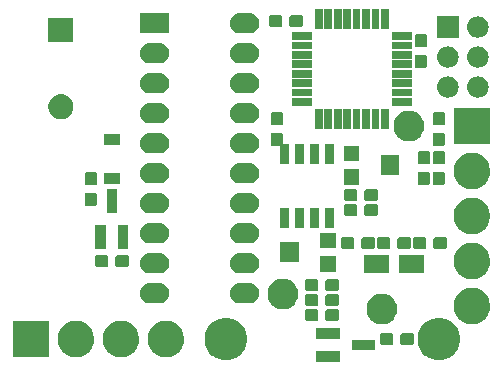
<source format=gbr>
G04 #@! TF.GenerationSoftware,KiCad,Pcbnew,(5.1.0-0)*
G04 #@! TF.CreationDate,2020-09-24T17:30:25-07:00*
G04 #@! TF.ProjectId,858D+ MK1841D3 to ATmega328,38353844-2b20-44d4-9b31-383431443320,rev?*
G04 #@! TF.SameCoordinates,Original*
G04 #@! TF.FileFunction,Soldermask,Top*
G04 #@! TF.FilePolarity,Negative*
%FSLAX46Y46*%
G04 Gerber Fmt 4.6, Leading zero omitted, Abs format (unit mm)*
G04 Created by KiCad (PCBNEW (5.1.0-0)) date 2020-09-24 17:30:25*
%MOMM*%
%LPD*%
G04 APERTURE LIST*
%ADD10C,0.100000*%
G04 APERTURE END LIST*
D10*
G36*
X44458800Y-46358800D02*
G01*
X42457200Y-46358800D01*
X42457200Y-45457200D01*
X44458800Y-45457200D01*
X44458800Y-46358800D01*
X44458800Y-46358800D01*
G37*
G36*
X35062350Y-42666441D02*
G01*
X35323295Y-42718346D01*
X35651028Y-42854098D01*
X35718722Y-42899330D01*
X35945982Y-43051180D01*
X36196820Y-43302018D01*
X36196823Y-43302023D01*
X36393902Y-43596972D01*
X36529654Y-43924705D01*
X36598860Y-44272632D01*
X36598860Y-44627368D01*
X36529654Y-44975295D01*
X36393902Y-45303028D01*
X36323227Y-45408800D01*
X36196820Y-45597982D01*
X35945982Y-45848820D01*
X35846337Y-45915401D01*
X35651028Y-46045902D01*
X35323295Y-46181654D01*
X35062350Y-46233559D01*
X34975369Y-46250860D01*
X34620631Y-46250860D01*
X34533650Y-46233559D01*
X34272705Y-46181654D01*
X33944972Y-46045902D01*
X33749663Y-45915401D01*
X33650018Y-45848820D01*
X33399180Y-45597982D01*
X33272773Y-45408800D01*
X33202098Y-45303028D01*
X33066346Y-44975295D01*
X32997140Y-44627368D01*
X32997140Y-44272632D01*
X33066346Y-43924705D01*
X33202098Y-43596972D01*
X33399177Y-43302023D01*
X33399180Y-43302018D01*
X33650018Y-43051180D01*
X33877278Y-42899330D01*
X33944972Y-42854098D01*
X34272705Y-42718346D01*
X34533650Y-42666441D01*
X34620631Y-42649140D01*
X34975369Y-42649140D01*
X35062350Y-42666441D01*
X35062350Y-42666441D01*
G37*
G36*
X53096350Y-42666441D02*
G01*
X53357295Y-42718346D01*
X53685028Y-42854098D01*
X53752722Y-42899330D01*
X53979982Y-43051180D01*
X54230820Y-43302018D01*
X54230823Y-43302023D01*
X54427902Y-43596972D01*
X54563654Y-43924705D01*
X54632860Y-44272632D01*
X54632860Y-44627368D01*
X54563654Y-44975295D01*
X54427902Y-45303028D01*
X54357227Y-45408800D01*
X54230820Y-45597982D01*
X53979982Y-45848820D01*
X53880337Y-45915401D01*
X53685028Y-46045902D01*
X53357295Y-46181654D01*
X53096350Y-46233559D01*
X53009369Y-46250860D01*
X52654631Y-46250860D01*
X52567650Y-46233559D01*
X52306705Y-46181654D01*
X51978972Y-46045902D01*
X51783663Y-45915401D01*
X51684018Y-45848820D01*
X51433180Y-45597982D01*
X51306773Y-45408800D01*
X51236098Y-45303028D01*
X51100346Y-44975295D01*
X51031140Y-44627368D01*
X51031140Y-44272632D01*
X51100346Y-43924705D01*
X51236098Y-43596972D01*
X51433177Y-43302023D01*
X51433180Y-43302018D01*
X51684018Y-43051180D01*
X51911278Y-42899330D01*
X51978972Y-42854098D01*
X52306705Y-42718346D01*
X52567650Y-42666441D01*
X52654631Y-42649140D01*
X53009369Y-42649140D01*
X53096350Y-42666441D01*
X53096350Y-42666441D01*
G37*
G36*
X30170314Y-42958921D02*
G01*
X30170316Y-42958922D01*
X30170317Y-42958922D01*
X30452519Y-43075814D01*
X30706490Y-43245512D01*
X30922488Y-43461510D01*
X31092186Y-43715481D01*
X31209078Y-43997683D01*
X31209079Y-43997686D01*
X31268670Y-44297272D01*
X31268670Y-44602728D01*
X31217703Y-44858959D01*
X31209078Y-44902317D01*
X31092186Y-45184519D01*
X30922488Y-45438490D01*
X30706490Y-45654488D01*
X30452519Y-45824186D01*
X30170317Y-45941078D01*
X30170316Y-45941078D01*
X30170314Y-45941079D01*
X29870728Y-46000670D01*
X29565272Y-46000670D01*
X29265686Y-45941079D01*
X29265684Y-45941078D01*
X29265683Y-45941078D01*
X28983481Y-45824186D01*
X28729510Y-45654488D01*
X28513512Y-45438490D01*
X28343814Y-45184519D01*
X28226922Y-44902317D01*
X28218298Y-44858959D01*
X28167330Y-44602728D01*
X28167330Y-44297272D01*
X28226921Y-43997686D01*
X28226922Y-43997683D01*
X28343814Y-43715481D01*
X28513512Y-43461510D01*
X28729510Y-43245512D01*
X28983481Y-43075814D01*
X29265683Y-42958922D01*
X29265684Y-42958922D01*
X29265686Y-42958921D01*
X29565272Y-42899330D01*
X29870728Y-42899330D01*
X30170314Y-42958921D01*
X30170314Y-42958921D01*
G37*
G36*
X26360314Y-42958921D02*
G01*
X26360316Y-42958922D01*
X26360317Y-42958922D01*
X26642519Y-43075814D01*
X26896490Y-43245512D01*
X27112488Y-43461510D01*
X27282186Y-43715481D01*
X27399078Y-43997683D01*
X27399079Y-43997686D01*
X27458670Y-44297272D01*
X27458670Y-44602728D01*
X27407703Y-44858959D01*
X27399078Y-44902317D01*
X27282186Y-45184519D01*
X27112488Y-45438490D01*
X26896490Y-45654488D01*
X26642519Y-45824186D01*
X26360317Y-45941078D01*
X26360316Y-45941078D01*
X26360314Y-45941079D01*
X26060728Y-46000670D01*
X25755272Y-46000670D01*
X25455686Y-45941079D01*
X25455684Y-45941078D01*
X25455683Y-45941078D01*
X25173481Y-45824186D01*
X24919510Y-45654488D01*
X24703512Y-45438490D01*
X24533814Y-45184519D01*
X24416922Y-44902317D01*
X24408298Y-44858959D01*
X24357330Y-44602728D01*
X24357330Y-44297272D01*
X24416921Y-43997686D01*
X24416922Y-43997683D01*
X24533814Y-43715481D01*
X24703512Y-43461510D01*
X24919510Y-43245512D01*
X25173481Y-43075814D01*
X25455683Y-42958922D01*
X25455684Y-42958922D01*
X25455686Y-42958921D01*
X25755272Y-42899330D01*
X26060728Y-42899330D01*
X26360314Y-42958921D01*
X26360314Y-42958921D01*
G37*
G36*
X22550314Y-42958921D02*
G01*
X22550316Y-42958922D01*
X22550317Y-42958922D01*
X22832519Y-43075814D01*
X23086490Y-43245512D01*
X23302488Y-43461510D01*
X23472186Y-43715481D01*
X23589078Y-43997683D01*
X23589079Y-43997686D01*
X23648670Y-44297272D01*
X23648670Y-44602728D01*
X23597703Y-44858959D01*
X23589078Y-44902317D01*
X23472186Y-45184519D01*
X23302488Y-45438490D01*
X23086490Y-45654488D01*
X22832519Y-45824186D01*
X22550317Y-45941078D01*
X22550316Y-45941078D01*
X22550314Y-45941079D01*
X22250728Y-46000670D01*
X21945272Y-46000670D01*
X21645686Y-45941079D01*
X21645684Y-45941078D01*
X21645683Y-45941078D01*
X21363481Y-45824186D01*
X21109510Y-45654488D01*
X20893512Y-45438490D01*
X20723814Y-45184519D01*
X20606922Y-44902317D01*
X20598298Y-44858959D01*
X20547330Y-44602728D01*
X20547330Y-44297272D01*
X20606921Y-43997686D01*
X20606922Y-43997683D01*
X20723814Y-43715481D01*
X20893512Y-43461510D01*
X21109510Y-43245512D01*
X21363481Y-43075814D01*
X21645683Y-42958922D01*
X21645684Y-42958922D01*
X21645686Y-42958921D01*
X21945272Y-42899330D01*
X22250728Y-42899330D01*
X22550314Y-42958921D01*
X22550314Y-42958921D01*
G37*
G36*
X19838670Y-46000670D02*
G01*
X16737330Y-46000670D01*
X16737330Y-42899330D01*
X19838670Y-42899330D01*
X19838670Y-46000670D01*
X19838670Y-46000670D01*
G37*
G36*
X47458800Y-45408800D02*
G01*
X45457200Y-45408800D01*
X45457200Y-44507200D01*
X47458800Y-44507200D01*
X47458800Y-45408800D01*
X47458800Y-45408800D01*
G37*
G36*
X50540682Y-43928943D02*
G01*
X50583992Y-43942080D01*
X50623898Y-43963410D01*
X50658880Y-43992120D01*
X50687590Y-44027102D01*
X50708920Y-44067008D01*
X50722057Y-44110318D01*
X50726800Y-44158467D01*
X50726800Y-44741533D01*
X50722057Y-44789682D01*
X50708920Y-44832992D01*
X50687590Y-44872898D01*
X50658880Y-44907880D01*
X50623898Y-44936590D01*
X50583992Y-44957920D01*
X50540682Y-44971057D01*
X50492533Y-44975800D01*
X49809467Y-44975800D01*
X49761318Y-44971057D01*
X49718008Y-44957920D01*
X49678102Y-44936590D01*
X49643120Y-44907880D01*
X49614410Y-44872898D01*
X49593080Y-44832992D01*
X49579943Y-44789682D01*
X49575200Y-44741533D01*
X49575200Y-44158467D01*
X49579943Y-44110318D01*
X49593080Y-44067008D01*
X49614410Y-44027102D01*
X49643120Y-43992120D01*
X49678102Y-43963410D01*
X49718008Y-43942080D01*
X49761318Y-43928943D01*
X49809467Y-43924200D01*
X50492533Y-43924200D01*
X50540682Y-43928943D01*
X50540682Y-43928943D01*
G37*
G36*
X48790682Y-43928943D02*
G01*
X48833992Y-43942080D01*
X48873898Y-43963410D01*
X48908880Y-43992120D01*
X48937590Y-44027102D01*
X48958920Y-44067008D01*
X48972057Y-44110318D01*
X48976800Y-44158467D01*
X48976800Y-44741533D01*
X48972057Y-44789682D01*
X48958920Y-44832992D01*
X48937590Y-44872898D01*
X48908880Y-44907880D01*
X48873898Y-44936590D01*
X48833992Y-44957920D01*
X48790682Y-44971057D01*
X48742533Y-44975800D01*
X48059467Y-44975800D01*
X48011318Y-44971057D01*
X47968008Y-44957920D01*
X47928102Y-44936590D01*
X47893120Y-44907880D01*
X47864410Y-44872898D01*
X47843080Y-44832992D01*
X47829943Y-44789682D01*
X47825200Y-44741533D01*
X47825200Y-44158467D01*
X47829943Y-44110318D01*
X47843080Y-44067008D01*
X47864410Y-44027102D01*
X47893120Y-43992120D01*
X47928102Y-43963410D01*
X47968008Y-43942080D01*
X48011318Y-43928943D01*
X48059467Y-43924200D01*
X48742533Y-43924200D01*
X48790682Y-43928943D01*
X48790682Y-43928943D01*
G37*
G36*
X44458800Y-44458800D02*
G01*
X42457200Y-44458800D01*
X42457200Y-43557200D01*
X44458800Y-43557200D01*
X44458800Y-44458800D01*
X44458800Y-44458800D01*
G37*
G36*
X48196946Y-40621697D02*
G01*
X48385432Y-40659189D01*
X48622161Y-40757246D01*
X48835207Y-40899599D01*
X48835209Y-40899601D01*
X48835212Y-40899603D01*
X49016397Y-41080788D01*
X49016399Y-41080791D01*
X49016401Y-41080793D01*
X49158754Y-41293839D01*
X49256811Y-41530568D01*
X49306800Y-41781883D01*
X49306800Y-42038117D01*
X49256811Y-42289432D01*
X49158754Y-42526161D01*
X49016401Y-42739207D01*
X49016399Y-42739209D01*
X49016397Y-42739212D01*
X48835212Y-42920397D01*
X48835209Y-42920399D01*
X48835207Y-42920401D01*
X48622161Y-43062754D01*
X48385432Y-43160811D01*
X48196946Y-43198303D01*
X48134118Y-43210800D01*
X47877882Y-43210800D01*
X47815054Y-43198303D01*
X47626568Y-43160811D01*
X47389839Y-43062754D01*
X47176793Y-42920401D01*
X47176791Y-42920399D01*
X47176788Y-42920397D01*
X46995603Y-42739212D01*
X46995601Y-42739209D01*
X46995599Y-42739207D01*
X46853246Y-42526161D01*
X46755189Y-42289432D01*
X46705200Y-42038117D01*
X46705200Y-41781883D01*
X46755189Y-41530568D01*
X46853246Y-41293839D01*
X46995599Y-41080793D01*
X46995601Y-41080791D01*
X46995603Y-41080788D01*
X47176788Y-40899603D01*
X47176791Y-40899601D01*
X47176793Y-40899599D01*
X47389839Y-40757246D01*
X47626568Y-40659189D01*
X47815054Y-40621697D01*
X47877882Y-40609200D01*
X48134118Y-40609200D01*
X48196946Y-40621697D01*
X48196946Y-40621697D01*
G37*
G36*
X56078314Y-40164921D02*
G01*
X56078316Y-40164922D01*
X56078317Y-40164922D01*
X56360519Y-40281814D01*
X56614490Y-40451512D01*
X56830488Y-40667510D01*
X57000186Y-40921481D01*
X57066173Y-41080788D01*
X57117079Y-41203686D01*
X57176670Y-41503272D01*
X57176670Y-41808728D01*
X57117975Y-42103811D01*
X57117078Y-42108317D01*
X57000186Y-42390519D01*
X56830488Y-42644490D01*
X56614490Y-42860488D01*
X56360519Y-43030186D01*
X56078317Y-43147078D01*
X56078316Y-43147078D01*
X56078314Y-43147079D01*
X55778728Y-43206670D01*
X55473272Y-43206670D01*
X55173686Y-43147079D01*
X55173684Y-43147078D01*
X55173683Y-43147078D01*
X54891481Y-43030186D01*
X54637510Y-42860488D01*
X54421512Y-42644490D01*
X54251814Y-42390519D01*
X54134922Y-42108317D01*
X54134026Y-42103811D01*
X54075330Y-41808728D01*
X54075330Y-41503272D01*
X54134921Y-41203686D01*
X54185827Y-41080788D01*
X54251814Y-40921481D01*
X54421512Y-40667510D01*
X54637510Y-40451512D01*
X54891481Y-40281814D01*
X55173683Y-40164922D01*
X55173684Y-40164922D01*
X55173686Y-40164921D01*
X55473272Y-40105330D01*
X55778728Y-40105330D01*
X56078314Y-40164921D01*
X56078314Y-40164921D01*
G37*
G36*
X44190682Y-41896943D02*
G01*
X44233992Y-41910080D01*
X44273898Y-41931410D01*
X44308880Y-41960120D01*
X44337590Y-41995102D01*
X44358920Y-42035008D01*
X44372057Y-42078318D01*
X44376800Y-42126467D01*
X44376800Y-42709533D01*
X44372057Y-42757682D01*
X44358920Y-42800992D01*
X44337590Y-42840898D01*
X44308880Y-42875880D01*
X44273898Y-42904590D01*
X44233992Y-42925920D01*
X44190682Y-42939057D01*
X44142533Y-42943800D01*
X43459467Y-42943800D01*
X43411318Y-42939057D01*
X43368008Y-42925920D01*
X43328102Y-42904590D01*
X43293120Y-42875880D01*
X43264410Y-42840898D01*
X43243080Y-42800992D01*
X43229943Y-42757682D01*
X43225200Y-42709533D01*
X43225200Y-42126467D01*
X43229943Y-42078318D01*
X43243080Y-42035008D01*
X43264410Y-41995102D01*
X43293120Y-41960120D01*
X43328102Y-41931410D01*
X43368008Y-41910080D01*
X43411318Y-41896943D01*
X43459467Y-41892200D01*
X44142533Y-41892200D01*
X44190682Y-41896943D01*
X44190682Y-41896943D01*
G37*
G36*
X42440682Y-41896943D02*
G01*
X42483992Y-41910080D01*
X42523898Y-41931410D01*
X42558880Y-41960120D01*
X42587590Y-41995102D01*
X42608920Y-42035008D01*
X42622057Y-42078318D01*
X42626800Y-42126467D01*
X42626800Y-42709533D01*
X42622057Y-42757682D01*
X42608920Y-42800992D01*
X42587590Y-42840898D01*
X42558880Y-42875880D01*
X42523898Y-42904590D01*
X42483992Y-42925920D01*
X42440682Y-42939057D01*
X42392533Y-42943800D01*
X41709467Y-42943800D01*
X41661318Y-42939057D01*
X41618008Y-42925920D01*
X41578102Y-42904590D01*
X41543120Y-42875880D01*
X41514410Y-42840898D01*
X41493080Y-42800992D01*
X41479943Y-42757682D01*
X41475200Y-42709533D01*
X41475200Y-42126467D01*
X41479943Y-42078318D01*
X41493080Y-42035008D01*
X41514410Y-41995102D01*
X41543120Y-41960120D01*
X41578102Y-41931410D01*
X41618008Y-41910080D01*
X41661318Y-41896943D01*
X41709467Y-41892200D01*
X42392533Y-41892200D01*
X42440682Y-41896943D01*
X42440682Y-41896943D01*
G37*
G36*
X39814946Y-39351697D02*
G01*
X40003432Y-39389189D01*
X40240161Y-39487246D01*
X40453207Y-39629599D01*
X40453209Y-39629601D01*
X40453212Y-39629603D01*
X40634397Y-39810788D01*
X40634399Y-39810791D01*
X40634401Y-39810793D01*
X40776754Y-40023839D01*
X40874811Y-40260568D01*
X40924800Y-40511883D01*
X40924800Y-40768117D01*
X40874811Y-41019432D01*
X40776754Y-41256161D01*
X40634401Y-41469207D01*
X40634399Y-41469209D01*
X40634397Y-41469212D01*
X40453212Y-41650397D01*
X40453209Y-41650399D01*
X40453207Y-41650401D01*
X40240161Y-41792754D01*
X40003432Y-41890811D01*
X39814946Y-41928303D01*
X39752118Y-41940800D01*
X39495882Y-41940800D01*
X39433054Y-41928303D01*
X39244568Y-41890811D01*
X39007839Y-41792754D01*
X38794793Y-41650401D01*
X38794791Y-41650399D01*
X38794788Y-41650397D01*
X38613603Y-41469212D01*
X38613601Y-41469209D01*
X38613599Y-41469207D01*
X38471246Y-41256161D01*
X38373189Y-41019432D01*
X38323200Y-40768117D01*
X38323200Y-40511883D01*
X38373189Y-40260568D01*
X38471246Y-40023839D01*
X38613599Y-39810793D01*
X38613601Y-39810791D01*
X38613603Y-39810788D01*
X38794788Y-39629603D01*
X38794791Y-39629601D01*
X38794793Y-39629599D01*
X39007839Y-39487246D01*
X39244568Y-39389189D01*
X39433054Y-39351697D01*
X39495882Y-39339200D01*
X39752118Y-39339200D01*
X39814946Y-39351697D01*
X39814946Y-39351697D01*
G37*
G36*
X44190682Y-40626943D02*
G01*
X44233992Y-40640080D01*
X44273898Y-40661410D01*
X44308880Y-40690120D01*
X44337590Y-40725102D01*
X44358920Y-40765008D01*
X44372057Y-40808318D01*
X44376800Y-40856467D01*
X44376800Y-41439533D01*
X44372057Y-41487682D01*
X44358920Y-41530992D01*
X44337590Y-41570898D01*
X44308880Y-41605880D01*
X44273898Y-41634590D01*
X44233992Y-41655920D01*
X44190682Y-41669057D01*
X44142533Y-41673800D01*
X43459467Y-41673800D01*
X43411318Y-41669057D01*
X43368008Y-41655920D01*
X43328102Y-41634590D01*
X43293120Y-41605880D01*
X43264410Y-41570898D01*
X43243080Y-41530992D01*
X43229943Y-41487682D01*
X43225200Y-41439533D01*
X43225200Y-40856467D01*
X43229943Y-40808318D01*
X43243080Y-40765008D01*
X43264410Y-40725102D01*
X43293120Y-40690120D01*
X43328102Y-40661410D01*
X43368008Y-40640080D01*
X43411318Y-40626943D01*
X43459467Y-40622200D01*
X44142533Y-40622200D01*
X44190682Y-40626943D01*
X44190682Y-40626943D01*
G37*
G36*
X42440682Y-40626943D02*
G01*
X42483992Y-40640080D01*
X42523898Y-40661410D01*
X42558880Y-40690120D01*
X42587590Y-40725102D01*
X42608920Y-40765008D01*
X42622057Y-40808318D01*
X42626800Y-40856467D01*
X42626800Y-41439533D01*
X42622057Y-41487682D01*
X42608920Y-41530992D01*
X42587590Y-41570898D01*
X42558880Y-41605880D01*
X42523898Y-41634590D01*
X42483992Y-41655920D01*
X42440682Y-41669057D01*
X42392533Y-41673800D01*
X41709467Y-41673800D01*
X41661318Y-41669057D01*
X41618008Y-41655920D01*
X41578102Y-41634590D01*
X41543120Y-41605880D01*
X41514410Y-41570898D01*
X41493080Y-41530992D01*
X41479943Y-41487682D01*
X41475200Y-41439533D01*
X41475200Y-40856467D01*
X41479943Y-40808318D01*
X41493080Y-40765008D01*
X41514410Y-40725102D01*
X41543120Y-40690120D01*
X41578102Y-40661410D01*
X41618008Y-40640080D01*
X41661318Y-40626943D01*
X41709467Y-40622200D01*
X42392533Y-40622200D01*
X42440682Y-40626943D01*
X42440682Y-40626943D01*
G37*
G36*
X36946786Y-39733511D02*
G01*
X37107162Y-39782161D01*
X37107165Y-39782162D01*
X37160497Y-39810669D01*
X37254966Y-39861163D01*
X37384517Y-39967483D01*
X37490837Y-40097034D01*
X37527123Y-40164921D01*
X37569838Y-40244835D01*
X37569839Y-40244838D01*
X37618489Y-40405214D01*
X37634916Y-40572000D01*
X37618489Y-40738786D01*
X37574105Y-40885100D01*
X37569838Y-40899165D01*
X37557909Y-40921482D01*
X37490837Y-41046966D01*
X37384517Y-41176517D01*
X37254966Y-41282837D01*
X37160497Y-41333331D01*
X37107165Y-41361838D01*
X37107162Y-41361839D01*
X36946786Y-41410489D01*
X36821790Y-41422800D01*
X35938210Y-41422800D01*
X35813214Y-41410489D01*
X35652838Y-41361839D01*
X35652835Y-41361838D01*
X35599503Y-41333331D01*
X35505034Y-41282837D01*
X35375483Y-41176517D01*
X35269163Y-41046966D01*
X35202091Y-40921482D01*
X35190162Y-40899165D01*
X35185895Y-40885100D01*
X35141511Y-40738786D01*
X35125084Y-40572000D01*
X35141511Y-40405214D01*
X35190161Y-40244838D01*
X35190162Y-40244835D01*
X35232877Y-40164921D01*
X35269163Y-40097034D01*
X35375483Y-39967483D01*
X35505034Y-39861163D01*
X35599503Y-39810669D01*
X35652835Y-39782162D01*
X35652838Y-39782161D01*
X35813214Y-39733511D01*
X35938210Y-39721200D01*
X36821790Y-39721200D01*
X36946786Y-39733511D01*
X36946786Y-39733511D01*
G37*
G36*
X29326786Y-39733511D02*
G01*
X29487162Y-39782161D01*
X29487165Y-39782162D01*
X29540497Y-39810669D01*
X29634966Y-39861163D01*
X29764517Y-39967483D01*
X29870837Y-40097034D01*
X29907123Y-40164921D01*
X29949838Y-40244835D01*
X29949839Y-40244838D01*
X29998489Y-40405214D01*
X30014916Y-40572000D01*
X29998489Y-40738786D01*
X29954105Y-40885100D01*
X29949838Y-40899165D01*
X29937909Y-40921482D01*
X29870837Y-41046966D01*
X29764517Y-41176517D01*
X29634966Y-41282837D01*
X29540497Y-41333331D01*
X29487165Y-41361838D01*
X29487162Y-41361839D01*
X29326786Y-41410489D01*
X29201790Y-41422800D01*
X28318210Y-41422800D01*
X28193214Y-41410489D01*
X28032838Y-41361839D01*
X28032835Y-41361838D01*
X27979503Y-41333331D01*
X27885034Y-41282837D01*
X27755483Y-41176517D01*
X27649163Y-41046966D01*
X27582091Y-40921482D01*
X27570162Y-40899165D01*
X27565895Y-40885100D01*
X27521511Y-40738786D01*
X27505084Y-40572000D01*
X27521511Y-40405214D01*
X27570161Y-40244838D01*
X27570162Y-40244835D01*
X27612877Y-40164921D01*
X27649163Y-40097034D01*
X27755483Y-39967483D01*
X27885034Y-39861163D01*
X27979503Y-39810669D01*
X28032835Y-39782162D01*
X28032838Y-39782161D01*
X28193214Y-39733511D01*
X28318210Y-39721200D01*
X29201790Y-39721200D01*
X29326786Y-39733511D01*
X29326786Y-39733511D01*
G37*
G36*
X42440682Y-39356943D02*
G01*
X42483992Y-39370080D01*
X42523898Y-39391410D01*
X42558880Y-39420120D01*
X42587590Y-39455102D01*
X42608920Y-39495008D01*
X42622057Y-39538318D01*
X42626800Y-39586467D01*
X42626800Y-40169533D01*
X42622057Y-40217682D01*
X42608920Y-40260992D01*
X42587590Y-40300898D01*
X42558880Y-40335880D01*
X42523898Y-40364590D01*
X42483992Y-40385920D01*
X42440682Y-40399057D01*
X42392533Y-40403800D01*
X41709467Y-40403800D01*
X41661318Y-40399057D01*
X41618008Y-40385920D01*
X41578102Y-40364590D01*
X41543120Y-40335880D01*
X41514410Y-40300898D01*
X41493080Y-40260992D01*
X41479943Y-40217682D01*
X41475200Y-40169533D01*
X41475200Y-39586467D01*
X41479943Y-39538318D01*
X41493080Y-39495008D01*
X41514410Y-39455102D01*
X41543120Y-39420120D01*
X41578102Y-39391410D01*
X41618008Y-39370080D01*
X41661318Y-39356943D01*
X41709467Y-39352200D01*
X42392533Y-39352200D01*
X42440682Y-39356943D01*
X42440682Y-39356943D01*
G37*
G36*
X44190682Y-39356943D02*
G01*
X44233992Y-39370080D01*
X44273898Y-39391410D01*
X44308880Y-39420120D01*
X44337590Y-39455102D01*
X44358920Y-39495008D01*
X44372057Y-39538318D01*
X44376800Y-39586467D01*
X44376800Y-40169533D01*
X44372057Y-40217682D01*
X44358920Y-40260992D01*
X44337590Y-40300898D01*
X44308880Y-40335880D01*
X44273898Y-40364590D01*
X44233992Y-40385920D01*
X44190682Y-40399057D01*
X44142533Y-40403800D01*
X43459467Y-40403800D01*
X43411318Y-40399057D01*
X43368008Y-40385920D01*
X43328102Y-40364590D01*
X43293120Y-40335880D01*
X43264410Y-40300898D01*
X43243080Y-40260992D01*
X43229943Y-40217682D01*
X43225200Y-40169533D01*
X43225200Y-39586467D01*
X43229943Y-39538318D01*
X43243080Y-39495008D01*
X43264410Y-39455102D01*
X43293120Y-39420120D01*
X43328102Y-39391410D01*
X43368008Y-39370080D01*
X43411318Y-39356943D01*
X43459467Y-39352200D01*
X44142533Y-39352200D01*
X44190682Y-39356943D01*
X44190682Y-39356943D01*
G37*
G36*
X56078314Y-36354921D02*
G01*
X56078316Y-36354922D01*
X56078317Y-36354922D01*
X56360519Y-36471814D01*
X56614490Y-36641512D01*
X56830488Y-36857510D01*
X57000186Y-37111481D01*
X57117078Y-37393683D01*
X57117079Y-37393686D01*
X57176670Y-37693272D01*
X57176670Y-37998728D01*
X57125703Y-38254959D01*
X57117078Y-38298317D01*
X57000186Y-38580519D01*
X56830488Y-38834490D01*
X56614490Y-39050488D01*
X56360519Y-39220186D01*
X56078317Y-39337078D01*
X56078316Y-39337078D01*
X56078314Y-39337079D01*
X55778728Y-39396670D01*
X55473272Y-39396670D01*
X55173686Y-39337079D01*
X55173684Y-39337078D01*
X55173683Y-39337078D01*
X54891481Y-39220186D01*
X54637510Y-39050488D01*
X54421512Y-38834490D01*
X54251814Y-38580519D01*
X54134922Y-38298317D01*
X54126298Y-38254959D01*
X54075330Y-37998728D01*
X54075330Y-37693272D01*
X54134921Y-37393686D01*
X54134922Y-37393683D01*
X54251814Y-37111481D01*
X54421512Y-36857510D01*
X54637510Y-36641512D01*
X54891481Y-36471814D01*
X55173683Y-36354922D01*
X55173684Y-36354922D01*
X55173686Y-36354921D01*
X55473272Y-36295330D01*
X55778728Y-36295330D01*
X56078314Y-36354921D01*
X56078314Y-36354921D01*
G37*
G36*
X51522000Y-37298954D02*
G01*
X51531959Y-37299935D01*
X51541534Y-37302840D01*
X51550360Y-37307557D01*
X51558095Y-37313905D01*
X51564443Y-37321640D01*
X51564444Y-37321642D01*
X51569160Y-37330466D01*
X51572065Y-37340041D01*
X51573353Y-37353117D01*
X51573353Y-38846883D01*
X51573046Y-38850000D01*
X51572065Y-38859959D01*
X51569160Y-38869534D01*
X51564443Y-38878360D01*
X51558095Y-38886095D01*
X51550360Y-38892443D01*
X51550358Y-38892444D01*
X51541534Y-38897160D01*
X51531959Y-38900065D01*
X51518883Y-38901353D01*
X50525117Y-38901353D01*
X50512041Y-38900065D01*
X50502466Y-38897160D01*
X50493642Y-38892444D01*
X50493640Y-38892443D01*
X50485905Y-38886095D01*
X50479527Y-38878315D01*
X50479509Y-38878288D01*
X50475544Y-38873451D01*
X50475327Y-38873629D01*
X50471295Y-38868695D01*
X50461690Y-38860778D01*
X50450724Y-38854886D01*
X50438820Y-38851247D01*
X50426298Y-38850000D01*
X49472000Y-38850000D01*
X49472000Y-37350000D01*
X50426298Y-37350000D01*
X50438686Y-37348780D01*
X50450598Y-37345166D01*
X50461576Y-37339298D01*
X50471199Y-37331402D01*
X50475343Y-37326341D01*
X50475566Y-37326523D01*
X50479524Y-37321689D01*
X50479527Y-37321685D01*
X50485867Y-37313943D01*
X50493596Y-37307586D01*
X50502416Y-37302860D01*
X50511989Y-37299945D01*
X50522000Y-37298954D01*
X50522034Y-37298954D01*
X50525135Y-37298647D01*
X51518883Y-37298647D01*
X51522000Y-37298954D01*
X51522000Y-37298954D01*
G37*
G36*
X47522000Y-37298954D02*
G01*
X47531959Y-37299935D01*
X47541534Y-37302840D01*
X47550360Y-37307557D01*
X47558095Y-37313905D01*
X47564473Y-37321685D01*
X47564491Y-37321712D01*
X47568456Y-37326549D01*
X47568673Y-37326371D01*
X47572705Y-37331305D01*
X47582310Y-37339222D01*
X47593276Y-37345114D01*
X47605180Y-37348753D01*
X47617702Y-37350000D01*
X48572000Y-37350000D01*
X48572000Y-38850000D01*
X47617702Y-38850000D01*
X47605314Y-38851220D01*
X47593402Y-38854834D01*
X47582424Y-38860702D01*
X47572801Y-38868598D01*
X47568657Y-38873659D01*
X47568434Y-38873477D01*
X47564476Y-38878311D01*
X47564473Y-38878315D01*
X47558133Y-38886057D01*
X47550404Y-38892414D01*
X47541584Y-38897140D01*
X47532011Y-38900055D01*
X47522000Y-38901046D01*
X47521966Y-38901046D01*
X47518865Y-38901353D01*
X46525117Y-38901353D01*
X46512041Y-38900065D01*
X46502466Y-38897160D01*
X46493642Y-38892444D01*
X46493640Y-38892443D01*
X46485905Y-38886095D01*
X46479557Y-38878360D01*
X46474840Y-38869534D01*
X46471935Y-38859959D01*
X46470954Y-38850000D01*
X46470647Y-38846883D01*
X46470647Y-37353117D01*
X46471935Y-37340041D01*
X46474840Y-37330466D01*
X46479556Y-37321642D01*
X46479557Y-37321640D01*
X46485905Y-37313905D01*
X46493640Y-37307557D01*
X46502466Y-37302840D01*
X46512041Y-37299935D01*
X46522000Y-37298954D01*
X46525117Y-37298647D01*
X47518883Y-37298647D01*
X47522000Y-37298954D01*
X47522000Y-37298954D01*
G37*
G36*
X36946786Y-37193511D02*
G01*
X37107162Y-37242161D01*
X37107165Y-37242162D01*
X37160497Y-37270669D01*
X37254966Y-37321163D01*
X37384517Y-37427483D01*
X37490837Y-37557034D01*
X37504769Y-37583100D01*
X37569838Y-37704835D01*
X37569839Y-37704838D01*
X37618489Y-37865214D01*
X37634916Y-38032000D01*
X37618489Y-38198786D01*
X37572076Y-38351788D01*
X37569838Y-38359165D01*
X37563084Y-38371800D01*
X37490837Y-38506966D01*
X37384517Y-38636517D01*
X37254966Y-38742837D01*
X37160497Y-38793331D01*
X37107165Y-38821838D01*
X37107162Y-38821839D01*
X36946786Y-38870489D01*
X36821790Y-38882800D01*
X35938210Y-38882800D01*
X35813214Y-38870489D01*
X35652838Y-38821839D01*
X35652835Y-38821838D01*
X35599503Y-38793331D01*
X35505034Y-38742837D01*
X35375483Y-38636517D01*
X35269163Y-38506966D01*
X35196916Y-38371800D01*
X35190162Y-38359165D01*
X35187924Y-38351788D01*
X35141511Y-38198786D01*
X35125084Y-38032000D01*
X35141511Y-37865214D01*
X35190161Y-37704838D01*
X35190162Y-37704835D01*
X35255231Y-37583100D01*
X35269163Y-37557034D01*
X35375483Y-37427483D01*
X35505034Y-37321163D01*
X35599503Y-37270669D01*
X35652835Y-37242162D01*
X35652838Y-37242161D01*
X35813214Y-37193511D01*
X35938210Y-37181200D01*
X36821790Y-37181200D01*
X36946786Y-37193511D01*
X36946786Y-37193511D01*
G37*
G36*
X29326786Y-37193511D02*
G01*
X29487162Y-37242161D01*
X29487165Y-37242162D01*
X29540497Y-37270669D01*
X29634966Y-37321163D01*
X29764517Y-37427483D01*
X29870837Y-37557034D01*
X29884769Y-37583100D01*
X29949838Y-37704835D01*
X29949839Y-37704838D01*
X29998489Y-37865214D01*
X30014916Y-38032000D01*
X29998489Y-38198786D01*
X29952076Y-38351788D01*
X29949838Y-38359165D01*
X29943084Y-38371800D01*
X29870837Y-38506966D01*
X29764517Y-38636517D01*
X29634966Y-38742837D01*
X29540497Y-38793331D01*
X29487165Y-38821838D01*
X29487162Y-38821839D01*
X29326786Y-38870489D01*
X29201790Y-38882800D01*
X28318210Y-38882800D01*
X28193214Y-38870489D01*
X28032838Y-38821839D01*
X28032835Y-38821838D01*
X27979503Y-38793331D01*
X27885034Y-38742837D01*
X27755483Y-38636517D01*
X27649163Y-38506966D01*
X27576916Y-38371800D01*
X27570162Y-38359165D01*
X27567924Y-38351788D01*
X27521511Y-38198786D01*
X27505084Y-38032000D01*
X27521511Y-37865214D01*
X27570161Y-37704838D01*
X27570162Y-37704835D01*
X27635231Y-37583100D01*
X27649163Y-37557034D01*
X27755483Y-37427483D01*
X27885034Y-37321163D01*
X27979503Y-37270669D01*
X28032835Y-37242162D01*
X28032838Y-37242161D01*
X28193214Y-37193511D01*
X28318210Y-37181200D01*
X29201790Y-37181200D01*
X29326786Y-37193511D01*
X29326786Y-37193511D01*
G37*
G36*
X44106800Y-38734800D02*
G01*
X42805200Y-38734800D01*
X42805200Y-37433200D01*
X44106800Y-37433200D01*
X44106800Y-38734800D01*
X44106800Y-38734800D01*
G37*
G36*
X24660682Y-37324943D02*
G01*
X24703992Y-37338080D01*
X24743898Y-37359410D01*
X24778880Y-37388120D01*
X24807590Y-37423102D01*
X24828920Y-37463008D01*
X24842057Y-37506318D01*
X24846800Y-37554467D01*
X24846800Y-38137533D01*
X24842057Y-38185682D01*
X24828920Y-38228992D01*
X24807590Y-38268898D01*
X24778880Y-38303880D01*
X24743898Y-38332590D01*
X24703992Y-38353920D01*
X24660682Y-38367057D01*
X24612533Y-38371800D01*
X23929467Y-38371800D01*
X23881318Y-38367057D01*
X23838008Y-38353920D01*
X23798102Y-38332590D01*
X23763120Y-38303880D01*
X23734410Y-38268898D01*
X23713080Y-38228992D01*
X23699943Y-38185682D01*
X23695200Y-38137533D01*
X23695200Y-37554467D01*
X23699943Y-37506318D01*
X23713080Y-37463008D01*
X23734410Y-37423102D01*
X23763120Y-37388120D01*
X23798102Y-37359410D01*
X23838008Y-37338080D01*
X23881318Y-37324943D01*
X23929467Y-37320200D01*
X24612533Y-37320200D01*
X24660682Y-37324943D01*
X24660682Y-37324943D01*
G37*
G36*
X26410682Y-37324943D02*
G01*
X26453992Y-37338080D01*
X26493898Y-37359410D01*
X26528880Y-37388120D01*
X26557590Y-37423102D01*
X26578920Y-37463008D01*
X26592057Y-37506318D01*
X26596800Y-37554467D01*
X26596800Y-38137533D01*
X26592057Y-38185682D01*
X26578920Y-38228992D01*
X26557590Y-38268898D01*
X26528880Y-38303880D01*
X26493898Y-38332590D01*
X26453992Y-38353920D01*
X26410682Y-38367057D01*
X26362533Y-38371800D01*
X25679467Y-38371800D01*
X25631318Y-38367057D01*
X25588008Y-38353920D01*
X25548102Y-38332590D01*
X25513120Y-38303880D01*
X25484410Y-38268898D01*
X25463080Y-38228992D01*
X25449943Y-38185682D01*
X25445200Y-38137533D01*
X25445200Y-37554467D01*
X25449943Y-37506318D01*
X25463080Y-37463008D01*
X25484410Y-37423102D01*
X25513120Y-37388120D01*
X25548102Y-37359410D01*
X25588008Y-37338080D01*
X25631318Y-37324943D01*
X25679467Y-37320200D01*
X26362533Y-37320200D01*
X26410682Y-37324943D01*
X26410682Y-37324943D01*
G37*
G36*
X41006800Y-37934800D02*
G01*
X39405200Y-37934800D01*
X39405200Y-36233200D01*
X41006800Y-36233200D01*
X41006800Y-37934800D01*
X41006800Y-37934800D01*
G37*
G36*
X47238682Y-35800943D02*
G01*
X47281992Y-35814080D01*
X47321898Y-35835410D01*
X47356880Y-35864120D01*
X47385590Y-35899102D01*
X47406920Y-35939008D01*
X47420057Y-35982318D01*
X47424800Y-36030467D01*
X47424800Y-36613533D01*
X47420057Y-36661682D01*
X47406920Y-36704992D01*
X47385590Y-36744898D01*
X47356880Y-36779880D01*
X47321898Y-36808590D01*
X47281992Y-36829920D01*
X47238682Y-36843057D01*
X47190533Y-36847800D01*
X46507467Y-36847800D01*
X46459318Y-36843057D01*
X46416008Y-36829920D01*
X46376102Y-36808590D01*
X46341120Y-36779880D01*
X46312410Y-36744898D01*
X46291080Y-36704992D01*
X46277943Y-36661682D01*
X46273200Y-36613533D01*
X46273200Y-36030467D01*
X46277943Y-35982318D01*
X46291080Y-35939008D01*
X46312410Y-35899102D01*
X46341120Y-35864120D01*
X46376102Y-35835410D01*
X46416008Y-35814080D01*
X46459318Y-35800943D01*
X46507467Y-35796200D01*
X47190533Y-35796200D01*
X47238682Y-35800943D01*
X47238682Y-35800943D01*
G37*
G36*
X50286682Y-35800943D02*
G01*
X50329992Y-35814080D01*
X50369898Y-35835410D01*
X50404880Y-35864120D01*
X50433590Y-35899102D01*
X50454920Y-35939008D01*
X50468057Y-35982318D01*
X50472800Y-36030467D01*
X50472800Y-36613533D01*
X50468057Y-36661682D01*
X50454920Y-36704992D01*
X50433590Y-36744898D01*
X50404880Y-36779880D01*
X50369898Y-36808590D01*
X50329992Y-36829920D01*
X50286682Y-36843057D01*
X50238533Y-36847800D01*
X49555467Y-36847800D01*
X49507318Y-36843057D01*
X49464008Y-36829920D01*
X49424102Y-36808590D01*
X49389120Y-36779880D01*
X49360410Y-36744898D01*
X49339080Y-36704992D01*
X49325943Y-36661682D01*
X49321200Y-36613533D01*
X49321200Y-36030467D01*
X49325943Y-35982318D01*
X49339080Y-35939008D01*
X49360410Y-35899102D01*
X49389120Y-35864120D01*
X49424102Y-35835410D01*
X49464008Y-35814080D01*
X49507318Y-35800943D01*
X49555467Y-35796200D01*
X50238533Y-35796200D01*
X50286682Y-35800943D01*
X50286682Y-35800943D01*
G37*
G36*
X48536682Y-35800943D02*
G01*
X48579992Y-35814080D01*
X48619898Y-35835410D01*
X48654880Y-35864120D01*
X48683590Y-35899102D01*
X48704920Y-35939008D01*
X48718057Y-35982318D01*
X48722800Y-36030467D01*
X48722800Y-36613533D01*
X48718057Y-36661682D01*
X48704920Y-36704992D01*
X48683590Y-36744898D01*
X48654880Y-36779880D01*
X48619898Y-36808590D01*
X48579992Y-36829920D01*
X48536682Y-36843057D01*
X48488533Y-36847800D01*
X47805467Y-36847800D01*
X47757318Y-36843057D01*
X47714008Y-36829920D01*
X47674102Y-36808590D01*
X47639120Y-36779880D01*
X47610410Y-36744898D01*
X47589080Y-36704992D01*
X47575943Y-36661682D01*
X47571200Y-36613533D01*
X47571200Y-36030467D01*
X47575943Y-35982318D01*
X47589080Y-35939008D01*
X47610410Y-35899102D01*
X47639120Y-35864120D01*
X47674102Y-35835410D01*
X47714008Y-35814080D01*
X47757318Y-35800943D01*
X47805467Y-35796200D01*
X48488533Y-35796200D01*
X48536682Y-35800943D01*
X48536682Y-35800943D01*
G37*
G36*
X51584682Y-35800943D02*
G01*
X51627992Y-35814080D01*
X51667898Y-35835410D01*
X51702880Y-35864120D01*
X51731590Y-35899102D01*
X51752920Y-35939008D01*
X51766057Y-35982318D01*
X51770800Y-36030467D01*
X51770800Y-36613533D01*
X51766057Y-36661682D01*
X51752920Y-36704992D01*
X51731590Y-36744898D01*
X51702880Y-36779880D01*
X51667898Y-36808590D01*
X51627992Y-36829920D01*
X51584682Y-36843057D01*
X51536533Y-36847800D01*
X50853467Y-36847800D01*
X50805318Y-36843057D01*
X50762008Y-36829920D01*
X50722102Y-36808590D01*
X50687120Y-36779880D01*
X50658410Y-36744898D01*
X50637080Y-36704992D01*
X50623943Y-36661682D01*
X50619200Y-36613533D01*
X50619200Y-36030467D01*
X50623943Y-35982318D01*
X50637080Y-35939008D01*
X50658410Y-35899102D01*
X50687120Y-35864120D01*
X50722102Y-35835410D01*
X50762008Y-35814080D01*
X50805318Y-35800943D01*
X50853467Y-35796200D01*
X51536533Y-35796200D01*
X51584682Y-35800943D01*
X51584682Y-35800943D01*
G37*
G36*
X53334682Y-35800943D02*
G01*
X53377992Y-35814080D01*
X53417898Y-35835410D01*
X53452880Y-35864120D01*
X53481590Y-35899102D01*
X53502920Y-35939008D01*
X53516057Y-35982318D01*
X53520800Y-36030467D01*
X53520800Y-36613533D01*
X53516057Y-36661682D01*
X53502920Y-36704992D01*
X53481590Y-36744898D01*
X53452880Y-36779880D01*
X53417898Y-36808590D01*
X53377992Y-36829920D01*
X53334682Y-36843057D01*
X53286533Y-36847800D01*
X52603467Y-36847800D01*
X52555318Y-36843057D01*
X52512008Y-36829920D01*
X52472102Y-36808590D01*
X52437120Y-36779880D01*
X52408410Y-36744898D01*
X52387080Y-36704992D01*
X52373943Y-36661682D01*
X52369200Y-36613533D01*
X52369200Y-36030467D01*
X52373943Y-35982318D01*
X52387080Y-35939008D01*
X52408410Y-35899102D01*
X52437120Y-35864120D01*
X52472102Y-35835410D01*
X52512008Y-35814080D01*
X52555318Y-35800943D01*
X52603467Y-35796200D01*
X53286533Y-35796200D01*
X53334682Y-35800943D01*
X53334682Y-35800943D01*
G37*
G36*
X45488682Y-35800943D02*
G01*
X45531992Y-35814080D01*
X45571898Y-35835410D01*
X45606880Y-35864120D01*
X45635590Y-35899102D01*
X45656920Y-35939008D01*
X45670057Y-35982318D01*
X45674800Y-36030467D01*
X45674800Y-36613533D01*
X45670057Y-36661682D01*
X45656920Y-36704992D01*
X45635590Y-36744898D01*
X45606880Y-36779880D01*
X45571898Y-36808590D01*
X45531992Y-36829920D01*
X45488682Y-36843057D01*
X45440533Y-36847800D01*
X44757467Y-36847800D01*
X44709318Y-36843057D01*
X44666008Y-36829920D01*
X44626102Y-36808590D01*
X44591120Y-36779880D01*
X44562410Y-36744898D01*
X44541080Y-36704992D01*
X44527943Y-36661682D01*
X44523200Y-36613533D01*
X44523200Y-36030467D01*
X44527943Y-35982318D01*
X44541080Y-35939008D01*
X44562410Y-35899102D01*
X44591120Y-35864120D01*
X44626102Y-35835410D01*
X44666008Y-35814080D01*
X44709318Y-35800943D01*
X44757467Y-35796200D01*
X45440533Y-35796200D01*
X45488682Y-35800943D01*
X45488682Y-35800943D01*
G37*
G36*
X26546800Y-36790800D02*
G01*
X25645200Y-36790800D01*
X25645200Y-34789200D01*
X26546800Y-34789200D01*
X26546800Y-36790800D01*
X26546800Y-36790800D01*
G37*
G36*
X24646800Y-36790800D02*
G01*
X23745200Y-36790800D01*
X23745200Y-34789200D01*
X24646800Y-34789200D01*
X24646800Y-36790800D01*
X24646800Y-36790800D01*
G37*
G36*
X44106800Y-36734800D02*
G01*
X42805200Y-36734800D01*
X42805200Y-35433200D01*
X44106800Y-35433200D01*
X44106800Y-36734800D01*
X44106800Y-36734800D01*
G37*
G36*
X36946786Y-34653511D02*
G01*
X37107162Y-34702161D01*
X37107165Y-34702162D01*
X37160497Y-34730669D01*
X37254966Y-34781163D01*
X37384517Y-34887483D01*
X37490837Y-35017034D01*
X37541331Y-35111503D01*
X37569838Y-35164835D01*
X37569839Y-35164838D01*
X37618489Y-35325214D01*
X37634916Y-35492000D01*
X37618489Y-35658786D01*
X37575366Y-35800943D01*
X37569838Y-35819165D01*
X37558430Y-35840507D01*
X37490837Y-35966966D01*
X37384517Y-36096517D01*
X37254966Y-36202837D01*
X37160497Y-36253331D01*
X37107165Y-36281838D01*
X37107162Y-36281839D01*
X36946786Y-36330489D01*
X36821790Y-36342800D01*
X35938210Y-36342800D01*
X35813214Y-36330489D01*
X35652838Y-36281839D01*
X35652835Y-36281838D01*
X35599503Y-36253331D01*
X35505034Y-36202837D01*
X35375483Y-36096517D01*
X35269163Y-35966966D01*
X35201570Y-35840507D01*
X35190162Y-35819165D01*
X35184634Y-35800943D01*
X35141511Y-35658786D01*
X35125084Y-35492000D01*
X35141511Y-35325214D01*
X35190161Y-35164838D01*
X35190162Y-35164835D01*
X35218669Y-35111503D01*
X35269163Y-35017034D01*
X35375483Y-34887483D01*
X35505034Y-34781163D01*
X35599503Y-34730669D01*
X35652835Y-34702162D01*
X35652838Y-34702161D01*
X35813214Y-34653511D01*
X35938210Y-34641200D01*
X36821790Y-34641200D01*
X36946786Y-34653511D01*
X36946786Y-34653511D01*
G37*
G36*
X29326786Y-34653511D02*
G01*
X29487162Y-34702161D01*
X29487165Y-34702162D01*
X29540497Y-34730669D01*
X29634966Y-34781163D01*
X29764517Y-34887483D01*
X29870837Y-35017034D01*
X29921331Y-35111503D01*
X29949838Y-35164835D01*
X29949839Y-35164838D01*
X29998489Y-35325214D01*
X30014916Y-35492000D01*
X29998489Y-35658786D01*
X29955366Y-35800943D01*
X29949838Y-35819165D01*
X29938430Y-35840507D01*
X29870837Y-35966966D01*
X29764517Y-36096517D01*
X29634966Y-36202837D01*
X29540497Y-36253331D01*
X29487165Y-36281838D01*
X29487162Y-36281839D01*
X29326786Y-36330489D01*
X29201790Y-36342800D01*
X28318210Y-36342800D01*
X28193214Y-36330489D01*
X28032838Y-36281839D01*
X28032835Y-36281838D01*
X27979503Y-36253331D01*
X27885034Y-36202837D01*
X27755483Y-36096517D01*
X27649163Y-35966966D01*
X27581570Y-35840507D01*
X27570162Y-35819165D01*
X27564634Y-35800943D01*
X27521511Y-35658786D01*
X27505084Y-35492000D01*
X27521511Y-35325214D01*
X27570161Y-35164838D01*
X27570162Y-35164835D01*
X27598669Y-35111503D01*
X27649163Y-35017034D01*
X27755483Y-34887483D01*
X27885034Y-34781163D01*
X27979503Y-34730669D01*
X28032835Y-34702162D01*
X28032838Y-34702161D01*
X28193214Y-34653511D01*
X28318210Y-34641200D01*
X29201790Y-34641200D01*
X29326786Y-34653511D01*
X29326786Y-34653511D01*
G37*
G36*
X56078314Y-32544921D02*
G01*
X56078316Y-32544922D01*
X56078317Y-32544922D01*
X56360519Y-32661814D01*
X56614490Y-32831512D01*
X56830488Y-33047510D01*
X57000186Y-33301481D01*
X57105825Y-33556517D01*
X57117079Y-33583686D01*
X57168498Y-33842189D01*
X57176670Y-33883273D01*
X57176670Y-34188727D01*
X57117078Y-34488317D01*
X57000186Y-34770519D01*
X56830488Y-35024490D01*
X56614490Y-35240488D01*
X56360519Y-35410186D01*
X56078317Y-35527078D01*
X56078316Y-35527078D01*
X56078314Y-35527079D01*
X55778728Y-35586670D01*
X55473272Y-35586670D01*
X55173686Y-35527079D01*
X55173684Y-35527078D01*
X55173683Y-35527078D01*
X54891481Y-35410186D01*
X54637510Y-35240488D01*
X54421512Y-35024490D01*
X54251814Y-34770519D01*
X54134922Y-34488317D01*
X54075330Y-34188727D01*
X54075330Y-33883273D01*
X54083502Y-33842189D01*
X54134921Y-33583686D01*
X54146175Y-33556517D01*
X54251814Y-33301481D01*
X54421512Y-33047510D01*
X54637510Y-32831512D01*
X54891481Y-32661814D01*
X55173683Y-32544922D01*
X55173684Y-32544922D01*
X55173686Y-32544921D01*
X55473272Y-32485330D01*
X55778728Y-32485330D01*
X56078314Y-32544921D01*
X56078314Y-32544921D01*
G37*
G36*
X43911800Y-35021800D02*
G01*
X43210200Y-35021800D01*
X43210200Y-33370200D01*
X43911800Y-33370200D01*
X43911800Y-35021800D01*
X43911800Y-35021800D01*
G37*
G36*
X42641800Y-35021800D02*
G01*
X41940200Y-35021800D01*
X41940200Y-33370200D01*
X42641800Y-33370200D01*
X42641800Y-35021800D01*
X42641800Y-35021800D01*
G37*
G36*
X41371800Y-35021800D02*
G01*
X40670200Y-35021800D01*
X40670200Y-33370200D01*
X41371800Y-33370200D01*
X41371800Y-35021800D01*
X41371800Y-35021800D01*
G37*
G36*
X40101800Y-35021800D02*
G01*
X39400200Y-35021800D01*
X39400200Y-33370200D01*
X40101800Y-33370200D01*
X40101800Y-35021800D01*
X40101800Y-35021800D01*
G37*
G36*
X47492682Y-33006943D02*
G01*
X47535992Y-33020080D01*
X47575898Y-33041410D01*
X47610880Y-33070120D01*
X47639590Y-33105102D01*
X47660920Y-33145008D01*
X47674057Y-33188318D01*
X47678800Y-33236467D01*
X47678800Y-33819533D01*
X47674057Y-33867682D01*
X47660920Y-33910992D01*
X47639590Y-33950898D01*
X47610880Y-33985880D01*
X47575898Y-34014590D01*
X47535992Y-34035920D01*
X47492682Y-34049057D01*
X47444533Y-34053800D01*
X46761467Y-34053800D01*
X46713318Y-34049057D01*
X46670008Y-34035920D01*
X46630102Y-34014590D01*
X46595120Y-33985880D01*
X46566410Y-33950898D01*
X46545080Y-33910992D01*
X46531943Y-33867682D01*
X46527200Y-33819533D01*
X46527200Y-33236467D01*
X46531943Y-33188318D01*
X46545080Y-33145008D01*
X46566410Y-33105102D01*
X46595120Y-33070120D01*
X46630102Y-33041410D01*
X46670008Y-33020080D01*
X46713318Y-33006943D01*
X46761467Y-33002200D01*
X47444533Y-33002200D01*
X47492682Y-33006943D01*
X47492682Y-33006943D01*
G37*
G36*
X45742682Y-33006943D02*
G01*
X45785992Y-33020080D01*
X45825898Y-33041410D01*
X45860880Y-33070120D01*
X45889590Y-33105102D01*
X45910920Y-33145008D01*
X45924057Y-33188318D01*
X45928800Y-33236467D01*
X45928800Y-33819533D01*
X45924057Y-33867682D01*
X45910920Y-33910992D01*
X45889590Y-33950898D01*
X45860880Y-33985880D01*
X45825898Y-34014590D01*
X45785992Y-34035920D01*
X45742682Y-34049057D01*
X45694533Y-34053800D01*
X45011467Y-34053800D01*
X44963318Y-34049057D01*
X44920008Y-34035920D01*
X44880102Y-34014590D01*
X44845120Y-33985880D01*
X44816410Y-33950898D01*
X44795080Y-33910992D01*
X44781943Y-33867682D01*
X44777200Y-33819533D01*
X44777200Y-33236467D01*
X44781943Y-33188318D01*
X44795080Y-33145008D01*
X44816410Y-33105102D01*
X44845120Y-33070120D01*
X44880102Y-33041410D01*
X44920008Y-33020080D01*
X44963318Y-33006943D01*
X45011467Y-33002200D01*
X45694533Y-33002200D01*
X45742682Y-33006943D01*
X45742682Y-33006943D01*
G37*
G36*
X36946786Y-32113511D02*
G01*
X37107162Y-32162161D01*
X37107165Y-32162162D01*
X37160497Y-32190669D01*
X37254966Y-32241163D01*
X37384517Y-32347483D01*
X37490837Y-32477034D01*
X37527123Y-32544921D01*
X37569838Y-32624835D01*
X37569839Y-32624838D01*
X37618489Y-32785214D01*
X37634916Y-32952000D01*
X37618489Y-33118786D01*
X37574105Y-33265100D01*
X37569838Y-33279165D01*
X37557909Y-33301482D01*
X37490837Y-33426966D01*
X37384517Y-33556517D01*
X37254966Y-33662837D01*
X37160497Y-33713331D01*
X37107165Y-33741838D01*
X37107162Y-33741839D01*
X36946786Y-33790489D01*
X36821790Y-33802800D01*
X35938210Y-33802800D01*
X35813214Y-33790489D01*
X35652838Y-33741839D01*
X35652835Y-33741838D01*
X35599503Y-33713331D01*
X35505034Y-33662837D01*
X35375483Y-33556517D01*
X35269163Y-33426966D01*
X35202091Y-33301482D01*
X35190162Y-33279165D01*
X35185895Y-33265100D01*
X35141511Y-33118786D01*
X35125084Y-32952000D01*
X35141511Y-32785214D01*
X35190161Y-32624838D01*
X35190162Y-32624835D01*
X35232877Y-32544921D01*
X35269163Y-32477034D01*
X35375483Y-32347483D01*
X35505034Y-32241163D01*
X35599503Y-32190669D01*
X35652835Y-32162162D01*
X35652838Y-32162161D01*
X35813214Y-32113511D01*
X35938210Y-32101200D01*
X36821790Y-32101200D01*
X36946786Y-32113511D01*
X36946786Y-32113511D01*
G37*
G36*
X29326786Y-32113511D02*
G01*
X29487162Y-32162161D01*
X29487165Y-32162162D01*
X29540497Y-32190669D01*
X29634966Y-32241163D01*
X29764517Y-32347483D01*
X29870837Y-32477034D01*
X29907123Y-32544921D01*
X29949838Y-32624835D01*
X29949839Y-32624838D01*
X29998489Y-32785214D01*
X30014916Y-32952000D01*
X29998489Y-33118786D01*
X29954105Y-33265100D01*
X29949838Y-33279165D01*
X29937909Y-33301482D01*
X29870837Y-33426966D01*
X29764517Y-33556517D01*
X29634966Y-33662837D01*
X29540497Y-33713331D01*
X29487165Y-33741838D01*
X29487162Y-33741839D01*
X29326786Y-33790489D01*
X29201790Y-33802800D01*
X28318210Y-33802800D01*
X28193214Y-33790489D01*
X28032838Y-33741839D01*
X28032835Y-33741838D01*
X27979503Y-33713331D01*
X27885034Y-33662837D01*
X27755483Y-33556517D01*
X27649163Y-33426966D01*
X27582091Y-33301482D01*
X27570162Y-33279165D01*
X27565895Y-33265100D01*
X27521511Y-33118786D01*
X27505084Y-32952000D01*
X27521511Y-32785214D01*
X27570161Y-32624838D01*
X27570162Y-32624835D01*
X27612877Y-32544921D01*
X27649163Y-32477034D01*
X27755483Y-32347483D01*
X27885034Y-32241163D01*
X27979503Y-32190669D01*
X28032835Y-32162162D01*
X28032838Y-32162161D01*
X28193214Y-32113511D01*
X28318210Y-32101200D01*
X29201790Y-32101200D01*
X29326786Y-32113511D01*
X29326786Y-32113511D01*
G37*
G36*
X25596800Y-33790800D02*
G01*
X24695200Y-33790800D01*
X24695200Y-31789200D01*
X25596800Y-31789200D01*
X25596800Y-33790800D01*
X25596800Y-33790800D01*
G37*
G36*
X23707682Y-32053943D02*
G01*
X23750992Y-32067080D01*
X23790898Y-32088410D01*
X23825880Y-32117120D01*
X23854590Y-32152102D01*
X23875920Y-32192008D01*
X23889057Y-32235318D01*
X23893800Y-32283467D01*
X23893800Y-32966533D01*
X23889057Y-33014682D01*
X23875920Y-33057992D01*
X23854590Y-33097898D01*
X23825880Y-33132880D01*
X23790898Y-33161590D01*
X23750992Y-33182920D01*
X23707682Y-33196057D01*
X23659533Y-33200800D01*
X23076467Y-33200800D01*
X23028318Y-33196057D01*
X22985008Y-33182920D01*
X22945102Y-33161590D01*
X22910120Y-33132880D01*
X22881410Y-33097898D01*
X22860080Y-33057992D01*
X22846943Y-33014682D01*
X22842200Y-32966533D01*
X22842200Y-32283467D01*
X22846943Y-32235318D01*
X22860080Y-32192008D01*
X22881410Y-32152102D01*
X22910120Y-32117120D01*
X22945102Y-32088410D01*
X22985008Y-32067080D01*
X23028318Y-32053943D01*
X23076467Y-32049200D01*
X23659533Y-32049200D01*
X23707682Y-32053943D01*
X23707682Y-32053943D01*
G37*
G36*
X45742682Y-31736943D02*
G01*
X45785992Y-31750080D01*
X45825898Y-31771410D01*
X45860880Y-31800120D01*
X45889590Y-31835102D01*
X45910920Y-31875008D01*
X45924057Y-31918318D01*
X45928800Y-31966467D01*
X45928800Y-32549533D01*
X45924057Y-32597682D01*
X45910920Y-32640992D01*
X45889590Y-32680898D01*
X45860880Y-32715880D01*
X45825898Y-32744590D01*
X45785992Y-32765920D01*
X45742682Y-32779057D01*
X45694533Y-32783800D01*
X45011467Y-32783800D01*
X44963318Y-32779057D01*
X44920008Y-32765920D01*
X44880102Y-32744590D01*
X44845120Y-32715880D01*
X44816410Y-32680898D01*
X44795080Y-32640992D01*
X44781943Y-32597682D01*
X44777200Y-32549533D01*
X44777200Y-31966467D01*
X44781943Y-31918318D01*
X44795080Y-31875008D01*
X44816410Y-31835102D01*
X44845120Y-31800120D01*
X44880102Y-31771410D01*
X44920008Y-31750080D01*
X44963318Y-31736943D01*
X45011467Y-31732200D01*
X45694533Y-31732200D01*
X45742682Y-31736943D01*
X45742682Y-31736943D01*
G37*
G36*
X47492682Y-31736943D02*
G01*
X47535992Y-31750080D01*
X47575898Y-31771410D01*
X47610880Y-31800120D01*
X47639590Y-31835102D01*
X47660920Y-31875008D01*
X47674057Y-31918318D01*
X47678800Y-31966467D01*
X47678800Y-32549533D01*
X47674057Y-32597682D01*
X47660920Y-32640992D01*
X47639590Y-32680898D01*
X47610880Y-32715880D01*
X47575898Y-32744590D01*
X47535992Y-32765920D01*
X47492682Y-32779057D01*
X47444533Y-32783800D01*
X46761467Y-32783800D01*
X46713318Y-32779057D01*
X46670008Y-32765920D01*
X46630102Y-32744590D01*
X46595120Y-32715880D01*
X46566410Y-32680898D01*
X46545080Y-32640992D01*
X46531943Y-32597682D01*
X46527200Y-32549533D01*
X46527200Y-31966467D01*
X46531943Y-31918318D01*
X46545080Y-31875008D01*
X46566410Y-31835102D01*
X46595120Y-31800120D01*
X46630102Y-31771410D01*
X46670008Y-31750080D01*
X46713318Y-31736943D01*
X46761467Y-31732200D01*
X47444533Y-31732200D01*
X47492682Y-31736943D01*
X47492682Y-31736943D01*
G37*
G36*
X56078314Y-28734921D02*
G01*
X56078316Y-28734922D01*
X56078317Y-28734922D01*
X56360519Y-28851814D01*
X56614490Y-29021512D01*
X56830488Y-29237510D01*
X57000186Y-29491481D01*
X57073198Y-29667748D01*
X57117079Y-29773686D01*
X57176670Y-30073272D01*
X57176670Y-30378728D01*
X57136877Y-30578783D01*
X57117078Y-30678317D01*
X57000186Y-30960519D01*
X56830488Y-31214490D01*
X56614490Y-31430488D01*
X56360519Y-31600186D01*
X56078317Y-31717078D01*
X56078316Y-31717078D01*
X56078314Y-31717079D01*
X55778728Y-31776670D01*
X55473272Y-31776670D01*
X55173686Y-31717079D01*
X55173684Y-31717078D01*
X55173683Y-31717078D01*
X54891481Y-31600186D01*
X54637510Y-31430488D01*
X54421512Y-31214490D01*
X54251814Y-30960519D01*
X54134922Y-30678317D01*
X54115124Y-30578783D01*
X54075330Y-30378728D01*
X54075330Y-30073272D01*
X54134921Y-29773686D01*
X54178802Y-29667748D01*
X54251814Y-29491481D01*
X54421512Y-29237510D01*
X54637510Y-29021512D01*
X54891481Y-28851814D01*
X55173683Y-28734922D01*
X55173684Y-28734922D01*
X55173686Y-28734921D01*
X55473272Y-28675330D01*
X55778728Y-28675330D01*
X56078314Y-28734921D01*
X56078314Y-28734921D01*
G37*
G36*
X23707682Y-30303943D02*
G01*
X23750992Y-30317080D01*
X23790898Y-30338410D01*
X23825880Y-30367120D01*
X23854590Y-30402102D01*
X23875920Y-30442008D01*
X23889057Y-30485318D01*
X23893800Y-30533467D01*
X23893800Y-31216533D01*
X23889057Y-31264682D01*
X23875920Y-31307992D01*
X23854590Y-31347898D01*
X23825880Y-31382880D01*
X23790898Y-31411590D01*
X23750992Y-31432920D01*
X23707682Y-31446057D01*
X23659533Y-31450800D01*
X23076467Y-31450800D01*
X23028318Y-31446057D01*
X22985008Y-31432920D01*
X22945102Y-31411590D01*
X22910120Y-31382880D01*
X22881410Y-31347898D01*
X22860080Y-31307992D01*
X22846943Y-31264682D01*
X22842200Y-31216533D01*
X22842200Y-30533467D01*
X22846943Y-30485318D01*
X22860080Y-30442008D01*
X22881410Y-30402102D01*
X22910120Y-30367120D01*
X22945102Y-30338410D01*
X22985008Y-30317080D01*
X23028318Y-30303943D01*
X23076467Y-30299200D01*
X23659533Y-30299200D01*
X23707682Y-30303943D01*
X23707682Y-30303943D01*
G37*
G36*
X51901682Y-30275943D02*
G01*
X51944992Y-30289080D01*
X51984898Y-30310410D01*
X52019880Y-30339120D01*
X52048590Y-30374102D01*
X52069920Y-30414008D01*
X52083057Y-30457318D01*
X52087800Y-30505467D01*
X52087800Y-31188533D01*
X52083057Y-31236682D01*
X52069920Y-31279992D01*
X52048590Y-31319898D01*
X52019880Y-31354880D01*
X51984898Y-31383590D01*
X51944992Y-31404920D01*
X51901682Y-31418057D01*
X51853533Y-31422800D01*
X51270467Y-31422800D01*
X51222318Y-31418057D01*
X51179008Y-31404920D01*
X51139102Y-31383590D01*
X51104120Y-31354880D01*
X51075410Y-31319898D01*
X51054080Y-31279992D01*
X51040943Y-31236682D01*
X51036200Y-31188533D01*
X51036200Y-30505467D01*
X51040943Y-30457318D01*
X51054080Y-30414008D01*
X51075410Y-30374102D01*
X51104120Y-30339120D01*
X51139102Y-30310410D01*
X51179008Y-30289080D01*
X51222318Y-30275943D01*
X51270467Y-30271200D01*
X51853533Y-30271200D01*
X51901682Y-30275943D01*
X51901682Y-30275943D01*
G37*
G36*
X53171682Y-30275943D02*
G01*
X53214992Y-30289080D01*
X53254898Y-30310410D01*
X53289880Y-30339120D01*
X53318590Y-30374102D01*
X53339920Y-30414008D01*
X53353057Y-30457318D01*
X53357800Y-30505467D01*
X53357800Y-31188533D01*
X53353057Y-31236682D01*
X53339920Y-31279992D01*
X53318590Y-31319898D01*
X53289880Y-31354880D01*
X53254898Y-31383590D01*
X53214992Y-31404920D01*
X53171682Y-31418057D01*
X53123533Y-31422800D01*
X52540467Y-31422800D01*
X52492318Y-31418057D01*
X52449008Y-31404920D01*
X52409102Y-31383590D01*
X52374120Y-31354880D01*
X52345410Y-31319898D01*
X52324080Y-31279992D01*
X52310943Y-31236682D01*
X52306200Y-31188533D01*
X52306200Y-30505467D01*
X52310943Y-30457318D01*
X52324080Y-30414008D01*
X52345410Y-30374102D01*
X52374120Y-30339120D01*
X52409102Y-30310410D01*
X52449008Y-30289080D01*
X52492318Y-30275943D01*
X52540467Y-30271200D01*
X53123533Y-30271200D01*
X53171682Y-30275943D01*
X53171682Y-30275943D01*
G37*
G36*
X46094800Y-31368800D02*
G01*
X44793200Y-31368800D01*
X44793200Y-30067200D01*
X46094800Y-30067200D01*
X46094800Y-31368800D01*
X46094800Y-31368800D01*
G37*
G36*
X25796800Y-31360800D02*
G01*
X24495200Y-31360800D01*
X24495200Y-30359200D01*
X25796800Y-30359200D01*
X25796800Y-31360800D01*
X25796800Y-31360800D01*
G37*
G36*
X36946786Y-29573511D02*
G01*
X37105972Y-29621800D01*
X37107165Y-29622162D01*
X37160497Y-29650669D01*
X37254966Y-29701163D01*
X37384517Y-29807483D01*
X37490837Y-29937034D01*
X37541331Y-30031503D01*
X37569838Y-30084835D01*
X37569839Y-30084838D01*
X37618489Y-30245214D01*
X37634916Y-30412000D01*
X37618489Y-30578786D01*
X37588297Y-30678314D01*
X37569838Y-30739165D01*
X37541331Y-30792497D01*
X37490837Y-30886966D01*
X37384517Y-31016517D01*
X37254966Y-31122837D01*
X37185625Y-31159900D01*
X37107165Y-31201838D01*
X37107162Y-31201839D01*
X36946786Y-31250489D01*
X36821790Y-31262800D01*
X35938210Y-31262800D01*
X35813214Y-31250489D01*
X35652838Y-31201839D01*
X35652835Y-31201838D01*
X35574375Y-31159900D01*
X35505034Y-31122837D01*
X35375483Y-31016517D01*
X35269163Y-30886966D01*
X35218669Y-30792497D01*
X35190162Y-30739165D01*
X35171703Y-30678314D01*
X35141511Y-30578786D01*
X35125084Y-30412000D01*
X35141511Y-30245214D01*
X35190161Y-30084838D01*
X35190162Y-30084835D01*
X35218669Y-30031503D01*
X35269163Y-29937034D01*
X35375483Y-29807483D01*
X35505034Y-29701163D01*
X35599503Y-29650669D01*
X35652835Y-29622162D01*
X35654028Y-29621800D01*
X35813214Y-29573511D01*
X35938210Y-29561200D01*
X36821790Y-29561200D01*
X36946786Y-29573511D01*
X36946786Y-29573511D01*
G37*
G36*
X29326786Y-29573511D02*
G01*
X29485972Y-29621800D01*
X29487165Y-29622162D01*
X29540497Y-29650669D01*
X29634966Y-29701163D01*
X29764517Y-29807483D01*
X29870837Y-29937034D01*
X29921331Y-30031503D01*
X29949838Y-30084835D01*
X29949839Y-30084838D01*
X29998489Y-30245214D01*
X30014916Y-30412000D01*
X29998489Y-30578786D01*
X29968297Y-30678314D01*
X29949838Y-30739165D01*
X29921331Y-30792497D01*
X29870837Y-30886966D01*
X29764517Y-31016517D01*
X29634966Y-31122837D01*
X29565625Y-31159900D01*
X29487165Y-31201838D01*
X29487162Y-31201839D01*
X29326786Y-31250489D01*
X29201790Y-31262800D01*
X28318210Y-31262800D01*
X28193214Y-31250489D01*
X28032838Y-31201839D01*
X28032835Y-31201838D01*
X27954375Y-31159900D01*
X27885034Y-31122837D01*
X27755483Y-31016517D01*
X27649163Y-30886966D01*
X27598669Y-30792497D01*
X27570162Y-30739165D01*
X27551703Y-30678314D01*
X27521511Y-30578786D01*
X27505084Y-30412000D01*
X27521511Y-30245214D01*
X27570161Y-30084838D01*
X27570162Y-30084835D01*
X27598669Y-30031503D01*
X27649163Y-29937034D01*
X27755483Y-29807483D01*
X27885034Y-29701163D01*
X27979503Y-29650669D01*
X28032835Y-29622162D01*
X28034028Y-29621800D01*
X28193214Y-29573511D01*
X28318210Y-29561200D01*
X29201790Y-29561200D01*
X29326786Y-29573511D01*
X29326786Y-29573511D01*
G37*
G36*
X49494800Y-30568800D02*
G01*
X47893200Y-30568800D01*
X47893200Y-28867200D01*
X49494800Y-28867200D01*
X49494800Y-30568800D01*
X49494800Y-30568800D01*
G37*
G36*
X51901682Y-28525943D02*
G01*
X51944992Y-28539080D01*
X51984898Y-28560410D01*
X52019880Y-28589120D01*
X52048590Y-28624102D01*
X52069920Y-28664008D01*
X52083057Y-28707318D01*
X52087800Y-28755467D01*
X52087800Y-29438533D01*
X52083057Y-29486682D01*
X52069920Y-29529992D01*
X52048590Y-29569898D01*
X52019880Y-29604880D01*
X51984898Y-29633590D01*
X51944992Y-29654920D01*
X51901682Y-29668057D01*
X51853533Y-29672800D01*
X51270467Y-29672800D01*
X51222318Y-29668057D01*
X51179008Y-29654920D01*
X51139102Y-29633590D01*
X51104120Y-29604880D01*
X51075410Y-29569898D01*
X51054080Y-29529992D01*
X51040943Y-29486682D01*
X51036200Y-29438533D01*
X51036200Y-28755467D01*
X51040943Y-28707318D01*
X51054080Y-28664008D01*
X51075410Y-28624102D01*
X51104120Y-28589120D01*
X51139102Y-28560410D01*
X51179008Y-28539080D01*
X51222318Y-28525943D01*
X51270467Y-28521200D01*
X51853533Y-28521200D01*
X51901682Y-28525943D01*
X51901682Y-28525943D01*
G37*
G36*
X53171682Y-28525943D02*
G01*
X53214992Y-28539080D01*
X53254898Y-28560410D01*
X53289880Y-28589120D01*
X53318590Y-28624102D01*
X53339920Y-28664008D01*
X53353057Y-28707318D01*
X53357800Y-28755467D01*
X53357800Y-29438533D01*
X53353057Y-29486682D01*
X53339920Y-29529992D01*
X53318590Y-29569898D01*
X53289880Y-29604880D01*
X53254898Y-29633590D01*
X53214992Y-29654920D01*
X53171682Y-29668057D01*
X53123533Y-29672800D01*
X52540467Y-29672800D01*
X52492318Y-29668057D01*
X52449008Y-29654920D01*
X52409102Y-29633590D01*
X52374120Y-29604880D01*
X52345410Y-29569898D01*
X52324080Y-29529992D01*
X52310943Y-29486682D01*
X52306200Y-29438533D01*
X52306200Y-28755467D01*
X52310943Y-28707318D01*
X52324080Y-28664008D01*
X52345410Y-28624102D01*
X52374120Y-28589120D01*
X52409102Y-28560410D01*
X52449008Y-28539080D01*
X52492318Y-28525943D01*
X52540467Y-28521200D01*
X53123533Y-28521200D01*
X53171682Y-28525943D01*
X53171682Y-28525943D01*
G37*
G36*
X42641800Y-29621800D02*
G01*
X41940200Y-29621800D01*
X41940200Y-27970200D01*
X42641800Y-27970200D01*
X42641800Y-29621800D01*
X42641800Y-29621800D01*
G37*
G36*
X39455682Y-26973943D02*
G01*
X39498992Y-26987080D01*
X39538898Y-27008410D01*
X39573880Y-27037120D01*
X39602590Y-27072102D01*
X39623920Y-27112008D01*
X39637057Y-27155318D01*
X39641800Y-27203467D01*
X39641800Y-27886530D01*
X39640426Y-27900475D01*
X39640426Y-27912923D01*
X39642854Y-27925132D01*
X39647617Y-27936632D01*
X39654532Y-27946983D01*
X39663334Y-27955785D01*
X39673684Y-27962701D01*
X39685184Y-27967465D01*
X39697393Y-27969894D01*
X39703619Y-27970200D01*
X40101800Y-27970200D01*
X40101800Y-29621800D01*
X39400200Y-29621800D01*
X39400200Y-28184299D01*
X39398980Y-28171911D01*
X39395366Y-28159999D01*
X39389498Y-28149021D01*
X39381602Y-28139398D01*
X39371979Y-28131502D01*
X39361001Y-28125634D01*
X39349089Y-28122020D01*
X39336701Y-28120800D01*
X38824467Y-28120800D01*
X38776318Y-28116057D01*
X38733008Y-28102920D01*
X38693102Y-28081590D01*
X38658120Y-28052880D01*
X38629410Y-28017898D01*
X38608080Y-27977992D01*
X38594943Y-27934682D01*
X38590200Y-27886533D01*
X38590200Y-27203467D01*
X38594943Y-27155318D01*
X38608080Y-27112008D01*
X38629410Y-27072102D01*
X38658120Y-27037120D01*
X38693102Y-27008410D01*
X38733008Y-26987080D01*
X38776318Y-26973943D01*
X38824467Y-26969200D01*
X39407533Y-26969200D01*
X39455682Y-26973943D01*
X39455682Y-26973943D01*
G37*
G36*
X41371800Y-29621800D02*
G01*
X40670200Y-29621800D01*
X40670200Y-27970200D01*
X41371800Y-27970200D01*
X41371800Y-29621800D01*
X41371800Y-29621800D01*
G37*
G36*
X43911800Y-29621800D02*
G01*
X43210200Y-29621800D01*
X43210200Y-27970200D01*
X43911800Y-27970200D01*
X43911800Y-29621800D01*
X43911800Y-29621800D01*
G37*
G36*
X46094800Y-29368800D02*
G01*
X44793200Y-29368800D01*
X44793200Y-28067200D01*
X46094800Y-28067200D01*
X46094800Y-29368800D01*
X46094800Y-29368800D01*
G37*
G36*
X29326786Y-27033511D02*
G01*
X29487162Y-27082161D01*
X29487165Y-27082162D01*
X29540497Y-27110669D01*
X29634966Y-27161163D01*
X29764517Y-27267483D01*
X29870837Y-27397034D01*
X29921331Y-27491503D01*
X29949838Y-27544835D01*
X29949839Y-27544838D01*
X29998489Y-27705214D01*
X30014916Y-27872000D01*
X29998489Y-28038786D01*
X29954348Y-28184299D01*
X29949838Y-28199165D01*
X29921331Y-28252497D01*
X29870837Y-28346966D01*
X29764517Y-28476517D01*
X29634966Y-28582837D01*
X29540497Y-28633331D01*
X29487165Y-28661838D01*
X29487162Y-28661839D01*
X29326786Y-28710489D01*
X29201790Y-28722800D01*
X28318210Y-28722800D01*
X28193214Y-28710489D01*
X28032838Y-28661839D01*
X28032835Y-28661838D01*
X27979503Y-28633331D01*
X27885034Y-28582837D01*
X27755483Y-28476517D01*
X27649163Y-28346966D01*
X27598669Y-28252497D01*
X27570162Y-28199165D01*
X27565652Y-28184299D01*
X27521511Y-28038786D01*
X27505084Y-27872000D01*
X27521511Y-27705214D01*
X27570161Y-27544838D01*
X27570162Y-27544835D01*
X27598669Y-27491503D01*
X27649163Y-27397034D01*
X27755483Y-27267483D01*
X27885034Y-27161163D01*
X27979503Y-27110669D01*
X28032835Y-27082162D01*
X28032838Y-27082161D01*
X28193214Y-27033511D01*
X28318210Y-27021200D01*
X29201790Y-27021200D01*
X29326786Y-27033511D01*
X29326786Y-27033511D01*
G37*
G36*
X36946786Y-27033511D02*
G01*
X37107162Y-27082161D01*
X37107165Y-27082162D01*
X37160497Y-27110669D01*
X37254966Y-27161163D01*
X37384517Y-27267483D01*
X37490837Y-27397034D01*
X37541331Y-27491503D01*
X37569838Y-27544835D01*
X37569839Y-27544838D01*
X37618489Y-27705214D01*
X37634916Y-27872000D01*
X37618489Y-28038786D01*
X37574348Y-28184299D01*
X37569838Y-28199165D01*
X37541331Y-28252497D01*
X37490837Y-28346966D01*
X37384517Y-28476517D01*
X37254966Y-28582837D01*
X37160497Y-28633331D01*
X37107165Y-28661838D01*
X37107162Y-28661839D01*
X36946786Y-28710489D01*
X36821790Y-28722800D01*
X35938210Y-28722800D01*
X35813214Y-28710489D01*
X35652838Y-28661839D01*
X35652835Y-28661838D01*
X35599503Y-28633331D01*
X35505034Y-28582837D01*
X35375483Y-28476517D01*
X35269163Y-28346966D01*
X35218669Y-28252497D01*
X35190162Y-28199165D01*
X35185652Y-28184299D01*
X35141511Y-28038786D01*
X35125084Y-27872000D01*
X35141511Y-27705214D01*
X35190161Y-27544838D01*
X35190162Y-27544835D01*
X35218669Y-27491503D01*
X35269163Y-27397034D01*
X35375483Y-27267483D01*
X35505034Y-27161163D01*
X35599503Y-27110669D01*
X35652835Y-27082162D01*
X35652838Y-27082161D01*
X35813214Y-27033511D01*
X35938210Y-27021200D01*
X36821790Y-27021200D01*
X36946786Y-27033511D01*
X36946786Y-27033511D01*
G37*
G36*
X53171682Y-26973943D02*
G01*
X53214992Y-26987080D01*
X53254898Y-27008410D01*
X53289880Y-27037120D01*
X53318590Y-27072102D01*
X53339920Y-27112008D01*
X53353057Y-27155318D01*
X53357800Y-27203467D01*
X53357800Y-27886533D01*
X53353057Y-27934682D01*
X53339920Y-27977992D01*
X53318590Y-28017898D01*
X53289880Y-28052880D01*
X53254898Y-28081590D01*
X53214992Y-28102920D01*
X53171682Y-28116057D01*
X53123533Y-28120800D01*
X52540467Y-28120800D01*
X52492318Y-28116057D01*
X52449008Y-28102920D01*
X52409102Y-28081590D01*
X52374120Y-28052880D01*
X52345410Y-28017898D01*
X52324080Y-27977992D01*
X52310943Y-27934682D01*
X52306200Y-27886533D01*
X52306200Y-27203467D01*
X52310943Y-27155318D01*
X52324080Y-27112008D01*
X52345410Y-27072102D01*
X52374120Y-27037120D01*
X52409102Y-27008410D01*
X52449008Y-26987080D01*
X52492318Y-26973943D01*
X52540467Y-26969200D01*
X53123533Y-26969200D01*
X53171682Y-26973943D01*
X53171682Y-26973943D01*
G37*
G36*
X25796800Y-28060800D02*
G01*
X24495200Y-28060800D01*
X24495200Y-27059200D01*
X25796800Y-27059200D01*
X25796800Y-28060800D01*
X25796800Y-28060800D01*
G37*
G36*
X57176670Y-27966670D02*
G01*
X54075330Y-27966670D01*
X54075330Y-24865330D01*
X57176670Y-24865330D01*
X57176670Y-27966670D01*
X57176670Y-27966670D01*
G37*
G36*
X50482946Y-25127697D02*
G01*
X50671432Y-25165189D01*
X50908161Y-25263246D01*
X51121207Y-25405599D01*
X51121209Y-25405601D01*
X51121212Y-25405603D01*
X51302397Y-25586788D01*
X51302399Y-25586791D01*
X51302401Y-25586793D01*
X51444754Y-25799839D01*
X51542811Y-26036568D01*
X51592800Y-26287883D01*
X51592800Y-26544117D01*
X51542811Y-26795432D01*
X51444754Y-27032161D01*
X51302401Y-27245207D01*
X51302399Y-27245209D01*
X51302397Y-27245212D01*
X51121212Y-27426397D01*
X51121209Y-27426399D01*
X51121207Y-27426401D01*
X50908161Y-27568754D01*
X50671432Y-27666811D01*
X50482946Y-27704303D01*
X50420118Y-27716800D01*
X50163882Y-27716800D01*
X50101054Y-27704303D01*
X49912568Y-27666811D01*
X49675839Y-27568754D01*
X49462793Y-27426401D01*
X49462791Y-27426399D01*
X49462788Y-27426397D01*
X49281603Y-27245212D01*
X49281601Y-27245209D01*
X49281599Y-27245207D01*
X49139246Y-27032161D01*
X49041189Y-26795432D01*
X48991200Y-26544117D01*
X48991200Y-26287883D01*
X49041189Y-26036568D01*
X49139246Y-25799839D01*
X49281599Y-25586793D01*
X49281601Y-25586791D01*
X49281603Y-25586788D01*
X49462788Y-25405603D01*
X49462791Y-25405601D01*
X49462793Y-25405599D01*
X49675839Y-25263246D01*
X49912568Y-25165189D01*
X50101054Y-25127697D01*
X50163882Y-25115200D01*
X50420118Y-25115200D01*
X50482946Y-25127697D01*
X50482946Y-25127697D01*
G37*
G36*
X46991800Y-26690800D02*
G01*
X46340200Y-26690800D01*
X46340200Y-24989200D01*
X46991800Y-24989200D01*
X46991800Y-26690800D01*
X46991800Y-26690800D01*
G37*
G36*
X43791800Y-26690800D02*
G01*
X43140200Y-26690800D01*
X43140200Y-24989200D01*
X43791800Y-24989200D01*
X43791800Y-26690800D01*
X43791800Y-26690800D01*
G37*
G36*
X42991800Y-26690800D02*
G01*
X42340200Y-26690800D01*
X42340200Y-24989200D01*
X42991800Y-24989200D01*
X42991800Y-26690800D01*
X42991800Y-26690800D01*
G37*
G36*
X45391800Y-26690800D02*
G01*
X44740200Y-26690800D01*
X44740200Y-24989200D01*
X45391800Y-24989200D01*
X45391800Y-26690800D01*
X45391800Y-26690800D01*
G37*
G36*
X44591800Y-26690800D02*
G01*
X43940200Y-26690800D01*
X43940200Y-24989200D01*
X44591800Y-24989200D01*
X44591800Y-26690800D01*
X44591800Y-26690800D01*
G37*
G36*
X46191800Y-26690800D02*
G01*
X45540200Y-26690800D01*
X45540200Y-24989200D01*
X46191800Y-24989200D01*
X46191800Y-26690800D01*
X46191800Y-26690800D01*
G37*
G36*
X47791800Y-26690800D02*
G01*
X47140200Y-26690800D01*
X47140200Y-24989200D01*
X47791800Y-24989200D01*
X47791800Y-26690800D01*
X47791800Y-26690800D01*
G37*
G36*
X48591800Y-26690800D02*
G01*
X47940200Y-26690800D01*
X47940200Y-24989200D01*
X48591800Y-24989200D01*
X48591800Y-26690800D01*
X48591800Y-26690800D01*
G37*
G36*
X53171682Y-25223943D02*
G01*
X53214992Y-25237080D01*
X53254898Y-25258410D01*
X53289880Y-25287120D01*
X53318590Y-25322102D01*
X53339920Y-25362008D01*
X53353057Y-25405318D01*
X53357800Y-25453467D01*
X53357800Y-26136533D01*
X53353057Y-26184682D01*
X53339920Y-26227992D01*
X53318590Y-26267898D01*
X53289880Y-26302880D01*
X53254898Y-26331590D01*
X53214992Y-26352920D01*
X53171682Y-26366057D01*
X53123533Y-26370800D01*
X52540467Y-26370800D01*
X52492318Y-26366057D01*
X52449008Y-26352920D01*
X52409102Y-26331590D01*
X52374120Y-26302880D01*
X52345410Y-26267898D01*
X52324080Y-26227992D01*
X52310943Y-26184682D01*
X52306200Y-26136533D01*
X52306200Y-25453467D01*
X52310943Y-25405318D01*
X52324080Y-25362008D01*
X52345410Y-25322102D01*
X52374120Y-25287120D01*
X52409102Y-25258410D01*
X52449008Y-25237080D01*
X52492318Y-25223943D01*
X52540467Y-25219200D01*
X53123533Y-25219200D01*
X53171682Y-25223943D01*
X53171682Y-25223943D01*
G37*
G36*
X39455682Y-25223943D02*
G01*
X39498992Y-25237080D01*
X39538898Y-25258410D01*
X39573880Y-25287120D01*
X39602590Y-25322102D01*
X39623920Y-25362008D01*
X39637057Y-25405318D01*
X39641800Y-25453467D01*
X39641800Y-26136533D01*
X39637057Y-26184682D01*
X39623920Y-26227992D01*
X39602590Y-26267898D01*
X39573880Y-26302880D01*
X39538898Y-26331590D01*
X39498992Y-26352920D01*
X39455682Y-26366057D01*
X39407533Y-26370800D01*
X38824467Y-26370800D01*
X38776318Y-26366057D01*
X38733008Y-26352920D01*
X38693102Y-26331590D01*
X38658120Y-26302880D01*
X38629410Y-26267898D01*
X38608080Y-26227992D01*
X38594943Y-26184682D01*
X38590200Y-26136533D01*
X38590200Y-25453467D01*
X38594943Y-25405318D01*
X38608080Y-25362008D01*
X38629410Y-25322102D01*
X38658120Y-25287120D01*
X38693102Y-25258410D01*
X38733008Y-25237080D01*
X38776318Y-25223943D01*
X38824467Y-25219200D01*
X39407533Y-25219200D01*
X39455682Y-25223943D01*
X39455682Y-25223943D01*
G37*
G36*
X36946786Y-24493511D02*
G01*
X37107162Y-24542161D01*
X37107165Y-24542162D01*
X37160497Y-24570669D01*
X37254966Y-24621163D01*
X37384517Y-24727483D01*
X37490837Y-24857034D01*
X37541331Y-24951503D01*
X37569838Y-25004835D01*
X37569839Y-25004838D01*
X37618489Y-25165214D01*
X37634916Y-25332000D01*
X37618489Y-25498786D01*
X37591792Y-25586793D01*
X37569838Y-25659165D01*
X37541331Y-25712497D01*
X37490837Y-25806966D01*
X37384517Y-25936517D01*
X37254966Y-26042837D01*
X37160497Y-26093331D01*
X37107165Y-26121838D01*
X37107162Y-26121839D01*
X36946786Y-26170489D01*
X36821790Y-26182800D01*
X35938210Y-26182800D01*
X35813214Y-26170489D01*
X35652838Y-26121839D01*
X35652835Y-26121838D01*
X35599503Y-26093331D01*
X35505034Y-26042837D01*
X35375483Y-25936517D01*
X35269163Y-25806966D01*
X35218669Y-25712497D01*
X35190162Y-25659165D01*
X35168208Y-25586793D01*
X35141511Y-25498786D01*
X35125084Y-25332000D01*
X35141511Y-25165214D01*
X35190161Y-25004838D01*
X35190162Y-25004835D01*
X35218669Y-24951503D01*
X35269163Y-24857034D01*
X35375483Y-24727483D01*
X35505034Y-24621163D01*
X35599503Y-24570669D01*
X35652835Y-24542162D01*
X35652838Y-24542161D01*
X35813214Y-24493511D01*
X35938210Y-24481200D01*
X36821790Y-24481200D01*
X36946786Y-24493511D01*
X36946786Y-24493511D01*
G37*
G36*
X29326786Y-24493511D02*
G01*
X29487162Y-24542161D01*
X29487165Y-24542162D01*
X29540497Y-24570669D01*
X29634966Y-24621163D01*
X29764517Y-24727483D01*
X29870837Y-24857034D01*
X29921331Y-24951503D01*
X29949838Y-25004835D01*
X29949839Y-25004838D01*
X29998489Y-25165214D01*
X30014916Y-25332000D01*
X29998489Y-25498786D01*
X29971792Y-25586793D01*
X29949838Y-25659165D01*
X29921331Y-25712497D01*
X29870837Y-25806966D01*
X29764517Y-25936517D01*
X29634966Y-26042837D01*
X29540497Y-26093331D01*
X29487165Y-26121838D01*
X29487162Y-26121839D01*
X29326786Y-26170489D01*
X29201790Y-26182800D01*
X28318210Y-26182800D01*
X28193214Y-26170489D01*
X28032838Y-26121839D01*
X28032835Y-26121838D01*
X27979503Y-26093331D01*
X27885034Y-26042837D01*
X27755483Y-25936517D01*
X27649163Y-25806966D01*
X27598669Y-25712497D01*
X27570162Y-25659165D01*
X27548208Y-25586793D01*
X27521511Y-25498786D01*
X27505084Y-25332000D01*
X27521511Y-25165214D01*
X27570161Y-25004838D01*
X27570162Y-25004835D01*
X27598669Y-24951503D01*
X27649163Y-24857034D01*
X27755483Y-24727483D01*
X27885034Y-24621163D01*
X27979503Y-24570669D01*
X28032835Y-24542162D01*
X28032838Y-24542161D01*
X28193214Y-24493511D01*
X28318210Y-24481200D01*
X29201790Y-24481200D01*
X29326786Y-24493511D01*
X29326786Y-24493511D01*
G37*
G36*
X20982248Y-23747295D02*
G01*
X21134510Y-23777582D01*
X21325742Y-23856793D01*
X21497841Y-23971786D01*
X21644214Y-24118159D01*
X21759207Y-24290258D01*
X21838418Y-24481490D01*
X21878800Y-24684506D01*
X21878800Y-24891494D01*
X21838418Y-25094510D01*
X21759207Y-25285742D01*
X21644214Y-25457841D01*
X21497841Y-25604214D01*
X21325742Y-25719207D01*
X21134510Y-25798418D01*
X20982248Y-25828704D01*
X20931495Y-25838800D01*
X20724505Y-25838800D01*
X20673752Y-25828704D01*
X20521490Y-25798418D01*
X20330258Y-25719207D01*
X20158159Y-25604214D01*
X20011786Y-25457841D01*
X19896793Y-25285742D01*
X19817582Y-25094510D01*
X19777200Y-24891494D01*
X19777200Y-24684506D01*
X19817582Y-24481490D01*
X19896793Y-24290258D01*
X20011786Y-24118159D01*
X20158159Y-23971786D01*
X20330258Y-23856793D01*
X20521490Y-23777582D01*
X20673752Y-23747296D01*
X20724505Y-23737200D01*
X20931495Y-23737200D01*
X20982248Y-23747295D01*
X20982248Y-23747295D01*
G37*
G36*
X50566800Y-24715800D02*
G01*
X48865200Y-24715800D01*
X48865200Y-24064200D01*
X50566800Y-24064200D01*
X50566800Y-24715800D01*
X50566800Y-24715800D01*
G37*
G36*
X42066800Y-24715800D02*
G01*
X40365200Y-24715800D01*
X40365200Y-24064200D01*
X42066800Y-24064200D01*
X42066800Y-24715800D01*
X42066800Y-24715800D01*
G37*
G36*
X53770588Y-22226234D02*
G01*
X53940389Y-22277743D01*
X53940391Y-22277744D01*
X54096881Y-22361390D01*
X54234044Y-22473956D01*
X54346610Y-22611119D01*
X54346611Y-22611121D01*
X54430257Y-22767611D01*
X54481766Y-22937412D01*
X54499158Y-23114000D01*
X54481766Y-23290588D01*
X54430257Y-23460389D01*
X54430256Y-23460391D01*
X54346610Y-23616881D01*
X54234044Y-23754044D01*
X54096881Y-23866610D01*
X54096879Y-23866611D01*
X53940389Y-23950257D01*
X53770588Y-24001766D01*
X53638249Y-24014800D01*
X53549751Y-24014800D01*
X53417412Y-24001766D01*
X53247611Y-23950257D01*
X53091121Y-23866611D01*
X53091119Y-23866610D01*
X52953956Y-23754044D01*
X52841390Y-23616881D01*
X52757744Y-23460391D01*
X52757743Y-23460389D01*
X52706234Y-23290588D01*
X52688842Y-23114000D01*
X52706234Y-22937412D01*
X52757743Y-22767611D01*
X52841389Y-22611121D01*
X52841390Y-22611119D01*
X52953956Y-22473956D01*
X53091119Y-22361390D01*
X53247609Y-22277744D01*
X53247611Y-22277743D01*
X53417412Y-22226234D01*
X53549751Y-22213200D01*
X53638249Y-22213200D01*
X53770588Y-22226234D01*
X53770588Y-22226234D01*
G37*
G36*
X56310588Y-22226234D02*
G01*
X56480389Y-22277743D01*
X56480391Y-22277744D01*
X56636881Y-22361390D01*
X56774044Y-22473956D01*
X56886610Y-22611119D01*
X56886611Y-22611121D01*
X56970257Y-22767611D01*
X57021766Y-22937412D01*
X57039158Y-23114000D01*
X57021766Y-23290588D01*
X56970257Y-23460389D01*
X56970256Y-23460391D01*
X56886610Y-23616881D01*
X56774044Y-23754044D01*
X56636881Y-23866610D01*
X56636879Y-23866611D01*
X56480389Y-23950257D01*
X56310588Y-24001766D01*
X56178249Y-24014800D01*
X56089751Y-24014800D01*
X55957412Y-24001766D01*
X55787611Y-23950257D01*
X55631121Y-23866611D01*
X55631119Y-23866610D01*
X55493956Y-23754044D01*
X55381390Y-23616881D01*
X55297744Y-23460391D01*
X55297743Y-23460389D01*
X55246234Y-23290588D01*
X55228842Y-23114000D01*
X55246234Y-22937412D01*
X55297743Y-22767611D01*
X55381389Y-22611121D01*
X55381390Y-22611119D01*
X55493956Y-22473956D01*
X55631119Y-22361390D01*
X55787609Y-22277744D01*
X55787611Y-22277743D01*
X55957412Y-22226234D01*
X56089751Y-22213200D01*
X56178249Y-22213200D01*
X56310588Y-22226234D01*
X56310588Y-22226234D01*
G37*
G36*
X50566800Y-23915800D02*
G01*
X48865200Y-23915800D01*
X48865200Y-23264200D01*
X50566800Y-23264200D01*
X50566800Y-23915800D01*
X50566800Y-23915800D01*
G37*
G36*
X42066800Y-23915800D02*
G01*
X40365200Y-23915800D01*
X40365200Y-23264200D01*
X42066800Y-23264200D01*
X42066800Y-23915800D01*
X42066800Y-23915800D01*
G37*
G36*
X36946786Y-21953511D02*
G01*
X37107162Y-22002161D01*
X37107165Y-22002162D01*
X37160497Y-22030669D01*
X37254966Y-22081163D01*
X37384517Y-22187483D01*
X37490837Y-22317034D01*
X37541331Y-22411503D01*
X37569838Y-22464835D01*
X37569839Y-22464838D01*
X37618489Y-22625214D01*
X37634916Y-22792000D01*
X37618489Y-22958786D01*
X37571405Y-23114000D01*
X37569838Y-23119165D01*
X37541331Y-23172497D01*
X37490837Y-23266966D01*
X37384517Y-23396517D01*
X37254966Y-23502837D01*
X37160497Y-23553331D01*
X37107165Y-23581838D01*
X37107162Y-23581839D01*
X36946786Y-23630489D01*
X36821790Y-23642800D01*
X35938210Y-23642800D01*
X35813214Y-23630489D01*
X35652838Y-23581839D01*
X35652835Y-23581838D01*
X35599503Y-23553331D01*
X35505034Y-23502837D01*
X35375483Y-23396517D01*
X35269163Y-23266966D01*
X35218669Y-23172497D01*
X35190162Y-23119165D01*
X35188595Y-23114000D01*
X35141511Y-22958786D01*
X35125084Y-22792000D01*
X35141511Y-22625214D01*
X35190161Y-22464838D01*
X35190162Y-22464835D01*
X35218669Y-22411503D01*
X35269163Y-22317034D01*
X35375483Y-22187483D01*
X35505034Y-22081163D01*
X35599503Y-22030669D01*
X35652835Y-22002162D01*
X35652838Y-22002161D01*
X35813214Y-21953511D01*
X35938210Y-21941200D01*
X36821790Y-21941200D01*
X36946786Y-21953511D01*
X36946786Y-21953511D01*
G37*
G36*
X29326786Y-21953511D02*
G01*
X29487162Y-22002161D01*
X29487165Y-22002162D01*
X29540497Y-22030669D01*
X29634966Y-22081163D01*
X29764517Y-22187483D01*
X29870837Y-22317034D01*
X29921331Y-22411503D01*
X29949838Y-22464835D01*
X29949839Y-22464838D01*
X29998489Y-22625214D01*
X30014916Y-22792000D01*
X29998489Y-22958786D01*
X29951405Y-23114000D01*
X29949838Y-23119165D01*
X29921331Y-23172497D01*
X29870837Y-23266966D01*
X29764517Y-23396517D01*
X29634966Y-23502837D01*
X29540497Y-23553331D01*
X29487165Y-23581838D01*
X29487162Y-23581839D01*
X29326786Y-23630489D01*
X29201790Y-23642800D01*
X28318210Y-23642800D01*
X28193214Y-23630489D01*
X28032838Y-23581839D01*
X28032835Y-23581838D01*
X27979503Y-23553331D01*
X27885034Y-23502837D01*
X27755483Y-23396517D01*
X27649163Y-23266966D01*
X27598669Y-23172497D01*
X27570162Y-23119165D01*
X27568595Y-23114000D01*
X27521511Y-22958786D01*
X27505084Y-22792000D01*
X27521511Y-22625214D01*
X27570161Y-22464838D01*
X27570162Y-22464835D01*
X27598669Y-22411503D01*
X27649163Y-22317034D01*
X27755483Y-22187483D01*
X27885034Y-22081163D01*
X27979503Y-22030669D01*
X28032835Y-22002162D01*
X28032838Y-22002161D01*
X28193214Y-21953511D01*
X28318210Y-21941200D01*
X29201790Y-21941200D01*
X29326786Y-21953511D01*
X29326786Y-21953511D01*
G37*
G36*
X50566800Y-23115800D02*
G01*
X48865200Y-23115800D01*
X48865200Y-22464200D01*
X50566800Y-22464200D01*
X50566800Y-23115800D01*
X50566800Y-23115800D01*
G37*
G36*
X42066800Y-23115800D02*
G01*
X40365200Y-23115800D01*
X40365200Y-22464200D01*
X42066800Y-22464200D01*
X42066800Y-23115800D01*
X42066800Y-23115800D01*
G37*
G36*
X42066800Y-22315800D02*
G01*
X40365200Y-22315800D01*
X40365200Y-21664200D01*
X42066800Y-21664200D01*
X42066800Y-22315800D01*
X42066800Y-22315800D01*
G37*
G36*
X50566800Y-22315800D02*
G01*
X48865200Y-22315800D01*
X48865200Y-21664200D01*
X50566800Y-21664200D01*
X50566800Y-22315800D01*
X50566800Y-22315800D01*
G37*
G36*
X51647682Y-20369943D02*
G01*
X51690992Y-20383080D01*
X51730898Y-20404410D01*
X51765880Y-20433120D01*
X51794590Y-20468102D01*
X51815920Y-20508008D01*
X51829057Y-20551318D01*
X51833800Y-20599467D01*
X51833800Y-21282533D01*
X51829057Y-21330682D01*
X51815920Y-21373992D01*
X51794590Y-21413898D01*
X51765880Y-21448880D01*
X51730898Y-21477590D01*
X51690992Y-21498920D01*
X51647682Y-21512057D01*
X51599533Y-21516800D01*
X51016467Y-21516800D01*
X50968318Y-21512057D01*
X50925008Y-21498920D01*
X50885102Y-21477590D01*
X50850120Y-21448880D01*
X50821410Y-21413898D01*
X50800080Y-21373992D01*
X50786943Y-21330682D01*
X50782200Y-21282533D01*
X50782200Y-20599467D01*
X50786943Y-20551318D01*
X50800080Y-20508008D01*
X50821410Y-20468102D01*
X50850120Y-20433120D01*
X50885102Y-20404410D01*
X50925008Y-20383080D01*
X50968318Y-20369943D01*
X51016467Y-20365200D01*
X51599533Y-20365200D01*
X51647682Y-20369943D01*
X51647682Y-20369943D01*
G37*
G36*
X42066800Y-21515800D02*
G01*
X40365200Y-21515800D01*
X40365200Y-20864200D01*
X42066800Y-20864200D01*
X42066800Y-21515800D01*
X42066800Y-21515800D01*
G37*
G36*
X50566800Y-21515800D02*
G01*
X48865200Y-21515800D01*
X48865200Y-20864200D01*
X50566800Y-20864200D01*
X50566800Y-21515800D01*
X50566800Y-21515800D01*
G37*
G36*
X53770588Y-19686234D02*
G01*
X53940389Y-19737743D01*
X53940391Y-19737744D01*
X54096881Y-19821390D01*
X54234044Y-19933956D01*
X54346610Y-20071119D01*
X54346611Y-20071121D01*
X54430257Y-20227611D01*
X54481766Y-20397412D01*
X54499158Y-20574000D01*
X54481766Y-20750588D01*
X54430257Y-20920389D01*
X54430256Y-20920391D01*
X54346610Y-21076881D01*
X54234044Y-21214044D01*
X54096881Y-21326610D01*
X54008236Y-21373992D01*
X53940389Y-21410257D01*
X53770588Y-21461766D01*
X53638249Y-21474800D01*
X53549751Y-21474800D01*
X53417412Y-21461766D01*
X53247611Y-21410257D01*
X53179764Y-21373992D01*
X53091119Y-21326610D01*
X52953956Y-21214044D01*
X52841390Y-21076881D01*
X52757744Y-20920391D01*
X52757743Y-20920389D01*
X52706234Y-20750588D01*
X52688842Y-20574000D01*
X52706234Y-20397412D01*
X52757743Y-20227611D01*
X52841389Y-20071121D01*
X52841390Y-20071119D01*
X52953956Y-19933956D01*
X53091119Y-19821390D01*
X53247609Y-19737744D01*
X53247611Y-19737743D01*
X53417412Y-19686234D01*
X53549751Y-19673200D01*
X53638249Y-19673200D01*
X53770588Y-19686234D01*
X53770588Y-19686234D01*
G37*
G36*
X56310588Y-19686234D02*
G01*
X56480389Y-19737743D01*
X56480391Y-19737744D01*
X56636881Y-19821390D01*
X56774044Y-19933956D01*
X56886610Y-20071119D01*
X56886611Y-20071121D01*
X56970257Y-20227611D01*
X57021766Y-20397412D01*
X57039158Y-20574000D01*
X57021766Y-20750588D01*
X56970257Y-20920389D01*
X56970256Y-20920391D01*
X56886610Y-21076881D01*
X56774044Y-21214044D01*
X56636881Y-21326610D01*
X56548236Y-21373992D01*
X56480389Y-21410257D01*
X56310588Y-21461766D01*
X56178249Y-21474800D01*
X56089751Y-21474800D01*
X55957412Y-21461766D01*
X55787611Y-21410257D01*
X55719764Y-21373992D01*
X55631119Y-21326610D01*
X55493956Y-21214044D01*
X55381390Y-21076881D01*
X55297744Y-20920391D01*
X55297743Y-20920389D01*
X55246234Y-20750588D01*
X55228842Y-20574000D01*
X55246234Y-20397412D01*
X55297743Y-20227611D01*
X55381389Y-20071121D01*
X55381390Y-20071119D01*
X55493956Y-19933956D01*
X55631119Y-19821390D01*
X55787609Y-19737744D01*
X55787611Y-19737743D01*
X55957412Y-19686234D01*
X56089751Y-19673200D01*
X56178249Y-19673200D01*
X56310588Y-19686234D01*
X56310588Y-19686234D01*
G37*
G36*
X36946786Y-19413511D02*
G01*
X37107162Y-19462161D01*
X37107165Y-19462162D01*
X37160497Y-19490669D01*
X37254966Y-19541163D01*
X37384517Y-19647483D01*
X37490837Y-19777034D01*
X37541331Y-19871503D01*
X37569838Y-19924835D01*
X37569839Y-19924838D01*
X37618489Y-20085214D01*
X37634916Y-20252000D01*
X37618489Y-20418786D01*
X37578285Y-20551318D01*
X37569838Y-20579165D01*
X37558986Y-20599467D01*
X37490837Y-20726966D01*
X37384517Y-20856517D01*
X37254966Y-20962837D01*
X37160497Y-21013331D01*
X37107165Y-21041838D01*
X37107162Y-21041839D01*
X36946786Y-21090489D01*
X36821790Y-21102800D01*
X35938210Y-21102800D01*
X35813214Y-21090489D01*
X35652838Y-21041839D01*
X35652835Y-21041838D01*
X35599503Y-21013331D01*
X35505034Y-20962837D01*
X35375483Y-20856517D01*
X35269163Y-20726966D01*
X35201014Y-20599467D01*
X35190162Y-20579165D01*
X35181715Y-20551318D01*
X35141511Y-20418786D01*
X35125084Y-20252000D01*
X35141511Y-20085214D01*
X35190161Y-19924838D01*
X35190162Y-19924835D01*
X35218669Y-19871503D01*
X35269163Y-19777034D01*
X35375483Y-19647483D01*
X35505034Y-19541163D01*
X35599503Y-19490669D01*
X35652835Y-19462162D01*
X35652838Y-19462161D01*
X35813214Y-19413511D01*
X35938210Y-19401200D01*
X36821790Y-19401200D01*
X36946786Y-19413511D01*
X36946786Y-19413511D01*
G37*
G36*
X29326786Y-19413511D02*
G01*
X29487162Y-19462161D01*
X29487165Y-19462162D01*
X29540497Y-19490669D01*
X29634966Y-19541163D01*
X29764517Y-19647483D01*
X29870837Y-19777034D01*
X29921331Y-19871503D01*
X29949838Y-19924835D01*
X29949839Y-19924838D01*
X29998489Y-20085214D01*
X30014916Y-20252000D01*
X29998489Y-20418786D01*
X29958285Y-20551318D01*
X29949838Y-20579165D01*
X29938986Y-20599467D01*
X29870837Y-20726966D01*
X29764517Y-20856517D01*
X29634966Y-20962837D01*
X29540497Y-21013331D01*
X29487165Y-21041838D01*
X29487162Y-21041839D01*
X29326786Y-21090489D01*
X29201790Y-21102800D01*
X28318210Y-21102800D01*
X28193214Y-21090489D01*
X28032838Y-21041839D01*
X28032835Y-21041838D01*
X27979503Y-21013331D01*
X27885034Y-20962837D01*
X27755483Y-20856517D01*
X27649163Y-20726966D01*
X27581014Y-20599467D01*
X27570162Y-20579165D01*
X27561715Y-20551318D01*
X27521511Y-20418786D01*
X27505084Y-20252000D01*
X27521511Y-20085214D01*
X27570161Y-19924838D01*
X27570162Y-19924835D01*
X27598669Y-19871503D01*
X27649163Y-19777034D01*
X27755483Y-19647483D01*
X27885034Y-19541163D01*
X27979503Y-19490669D01*
X28032835Y-19462162D01*
X28032838Y-19462161D01*
X28193214Y-19413511D01*
X28318210Y-19401200D01*
X29201790Y-19401200D01*
X29326786Y-19413511D01*
X29326786Y-19413511D01*
G37*
G36*
X42066800Y-20715800D02*
G01*
X40365200Y-20715800D01*
X40365200Y-20064200D01*
X42066800Y-20064200D01*
X42066800Y-20715800D01*
X42066800Y-20715800D01*
G37*
G36*
X50566800Y-20715800D02*
G01*
X48865200Y-20715800D01*
X48865200Y-20064200D01*
X50566800Y-20064200D01*
X50566800Y-20715800D01*
X50566800Y-20715800D01*
G37*
G36*
X50566800Y-19915800D02*
G01*
X48865200Y-19915800D01*
X48865200Y-19264200D01*
X50566800Y-19264200D01*
X50566800Y-19915800D01*
X50566800Y-19915800D01*
G37*
G36*
X42066800Y-19915800D02*
G01*
X40365200Y-19915800D01*
X40365200Y-19264200D01*
X42066800Y-19264200D01*
X42066800Y-19915800D01*
X42066800Y-19915800D01*
G37*
G36*
X51647682Y-18619943D02*
G01*
X51690992Y-18633080D01*
X51730898Y-18654410D01*
X51765880Y-18683120D01*
X51794590Y-18718102D01*
X51815920Y-18758008D01*
X51829057Y-18801318D01*
X51833800Y-18849467D01*
X51833800Y-19532533D01*
X51829057Y-19580682D01*
X51815920Y-19623992D01*
X51794590Y-19663898D01*
X51765880Y-19698880D01*
X51730898Y-19727590D01*
X51690992Y-19748920D01*
X51647682Y-19762057D01*
X51599533Y-19766800D01*
X51016467Y-19766800D01*
X50968318Y-19762057D01*
X50925008Y-19748920D01*
X50885102Y-19727590D01*
X50850120Y-19698880D01*
X50821410Y-19663898D01*
X50800080Y-19623992D01*
X50786943Y-19580682D01*
X50782200Y-19532533D01*
X50782200Y-18849467D01*
X50786943Y-18801318D01*
X50800080Y-18758008D01*
X50821410Y-18718102D01*
X50850120Y-18683120D01*
X50885102Y-18654410D01*
X50925008Y-18633080D01*
X50968318Y-18619943D01*
X51016467Y-18615200D01*
X51599533Y-18615200D01*
X51647682Y-18619943D01*
X51647682Y-18619943D01*
G37*
G36*
X21878800Y-19338800D02*
G01*
X19777200Y-19338800D01*
X19777200Y-17237200D01*
X21878800Y-17237200D01*
X21878800Y-19338800D01*
X21878800Y-19338800D01*
G37*
G36*
X50566800Y-19115800D02*
G01*
X48865200Y-19115800D01*
X48865200Y-18464200D01*
X50566800Y-18464200D01*
X50566800Y-19115800D01*
X50566800Y-19115800D01*
G37*
G36*
X42066800Y-19115800D02*
G01*
X40365200Y-19115800D01*
X40365200Y-18464200D01*
X42066800Y-18464200D01*
X42066800Y-19115800D01*
X42066800Y-19115800D01*
G37*
G36*
X54494800Y-18934800D02*
G01*
X52693200Y-18934800D01*
X52693200Y-17133200D01*
X54494800Y-17133200D01*
X54494800Y-18934800D01*
X54494800Y-18934800D01*
G37*
G36*
X56310588Y-17146234D02*
G01*
X56480389Y-17197743D01*
X56480391Y-17197744D01*
X56636881Y-17281390D01*
X56774044Y-17393956D01*
X56886610Y-17531119D01*
X56886611Y-17531121D01*
X56970257Y-17687611D01*
X57021766Y-17857412D01*
X57039158Y-18034000D01*
X57021766Y-18210588D01*
X56970257Y-18380389D01*
X56970256Y-18380391D01*
X56886610Y-18536881D01*
X56774044Y-18674044D01*
X56636881Y-18786610D01*
X56519284Y-18849467D01*
X56480389Y-18870257D01*
X56310588Y-18921766D01*
X56178249Y-18934800D01*
X56089751Y-18934800D01*
X55957412Y-18921766D01*
X55787611Y-18870257D01*
X55748716Y-18849467D01*
X55631119Y-18786610D01*
X55493956Y-18674044D01*
X55381390Y-18536881D01*
X55297744Y-18380391D01*
X55297743Y-18380389D01*
X55246234Y-18210588D01*
X55228842Y-18034000D01*
X55246234Y-17857412D01*
X55297743Y-17687611D01*
X55381389Y-17531121D01*
X55381390Y-17531119D01*
X55493956Y-17393956D01*
X55631119Y-17281390D01*
X55787609Y-17197744D01*
X55787611Y-17197743D01*
X55957412Y-17146234D01*
X56089751Y-17133200D01*
X56178249Y-17133200D01*
X56310588Y-17146234D01*
X56310588Y-17146234D01*
G37*
G36*
X36946786Y-16873511D02*
G01*
X37107162Y-16922161D01*
X37107165Y-16922162D01*
X37160497Y-16950669D01*
X37254966Y-17001163D01*
X37384517Y-17107483D01*
X37490837Y-17237034D01*
X37541331Y-17331503D01*
X37569838Y-17384835D01*
X37569839Y-17384838D01*
X37618489Y-17545214D01*
X37634916Y-17712000D01*
X37618489Y-17878786D01*
X37572076Y-18031788D01*
X37569838Y-18039165D01*
X37563084Y-18051800D01*
X37490837Y-18186966D01*
X37384517Y-18316517D01*
X37254966Y-18422837D01*
X37177580Y-18464200D01*
X37107165Y-18501838D01*
X37107162Y-18501839D01*
X36946786Y-18550489D01*
X36821790Y-18562800D01*
X35938210Y-18562800D01*
X35813214Y-18550489D01*
X35652838Y-18501839D01*
X35652835Y-18501838D01*
X35582420Y-18464200D01*
X35505034Y-18422837D01*
X35375483Y-18316517D01*
X35269163Y-18186966D01*
X35196916Y-18051800D01*
X35190162Y-18039165D01*
X35187924Y-18031788D01*
X35141511Y-17878786D01*
X35125084Y-17712000D01*
X35141511Y-17545214D01*
X35190161Y-17384838D01*
X35190162Y-17384835D01*
X35218669Y-17331503D01*
X35269163Y-17237034D01*
X35375483Y-17107483D01*
X35505034Y-17001163D01*
X35599503Y-16950669D01*
X35652835Y-16922162D01*
X35652838Y-16922161D01*
X35813214Y-16873511D01*
X35938210Y-16861200D01*
X36821790Y-16861200D01*
X36946786Y-16873511D01*
X36946786Y-16873511D01*
G37*
G36*
X30010800Y-18562800D02*
G01*
X27509200Y-18562800D01*
X27509200Y-16861200D01*
X30010800Y-16861200D01*
X30010800Y-18562800D01*
X30010800Y-18562800D01*
G37*
G36*
X42991800Y-18190800D02*
G01*
X42340200Y-18190800D01*
X42340200Y-16489200D01*
X42991800Y-16489200D01*
X42991800Y-18190800D01*
X42991800Y-18190800D01*
G37*
G36*
X43791800Y-18190800D02*
G01*
X43140200Y-18190800D01*
X43140200Y-16489200D01*
X43791800Y-16489200D01*
X43791800Y-18190800D01*
X43791800Y-18190800D01*
G37*
G36*
X44591800Y-18190800D02*
G01*
X43940200Y-18190800D01*
X43940200Y-16489200D01*
X44591800Y-16489200D01*
X44591800Y-18190800D01*
X44591800Y-18190800D01*
G37*
G36*
X45391800Y-18190800D02*
G01*
X44740200Y-18190800D01*
X44740200Y-16489200D01*
X45391800Y-16489200D01*
X45391800Y-18190800D01*
X45391800Y-18190800D01*
G37*
G36*
X46191800Y-18190800D02*
G01*
X45540200Y-18190800D01*
X45540200Y-16489200D01*
X46191800Y-16489200D01*
X46191800Y-18190800D01*
X46191800Y-18190800D01*
G37*
G36*
X46991800Y-18190800D02*
G01*
X46340200Y-18190800D01*
X46340200Y-16489200D01*
X46991800Y-16489200D01*
X46991800Y-18190800D01*
X46991800Y-18190800D01*
G37*
G36*
X47791800Y-18190800D02*
G01*
X47140200Y-18190800D01*
X47140200Y-16489200D01*
X47791800Y-16489200D01*
X47791800Y-18190800D01*
X47791800Y-18190800D01*
G37*
G36*
X48591800Y-18190800D02*
G01*
X47940200Y-18190800D01*
X47940200Y-16489200D01*
X48591800Y-16489200D01*
X48591800Y-18190800D01*
X48591800Y-18190800D01*
G37*
G36*
X41142682Y-17004943D02*
G01*
X41185992Y-17018080D01*
X41225898Y-17039410D01*
X41260880Y-17068120D01*
X41289590Y-17103102D01*
X41310920Y-17143008D01*
X41324057Y-17186318D01*
X41328800Y-17234467D01*
X41328800Y-17817533D01*
X41324057Y-17865682D01*
X41310920Y-17908992D01*
X41289590Y-17948898D01*
X41260880Y-17983880D01*
X41225898Y-18012590D01*
X41185992Y-18033920D01*
X41142682Y-18047057D01*
X41094533Y-18051800D01*
X40411467Y-18051800D01*
X40363318Y-18047057D01*
X40320008Y-18033920D01*
X40280102Y-18012590D01*
X40245120Y-17983880D01*
X40216410Y-17948898D01*
X40195080Y-17908992D01*
X40181943Y-17865682D01*
X40177200Y-17817533D01*
X40177200Y-17234467D01*
X40181943Y-17186318D01*
X40195080Y-17143008D01*
X40216410Y-17103102D01*
X40245120Y-17068120D01*
X40280102Y-17039410D01*
X40320008Y-17018080D01*
X40363318Y-17004943D01*
X40411467Y-17000200D01*
X41094533Y-17000200D01*
X41142682Y-17004943D01*
X41142682Y-17004943D01*
G37*
G36*
X39392682Y-17004943D02*
G01*
X39435992Y-17018080D01*
X39475898Y-17039410D01*
X39510880Y-17068120D01*
X39539590Y-17103102D01*
X39560920Y-17143008D01*
X39574057Y-17186318D01*
X39578800Y-17234467D01*
X39578800Y-17817533D01*
X39574057Y-17865682D01*
X39560920Y-17908992D01*
X39539590Y-17948898D01*
X39510880Y-17983880D01*
X39475898Y-18012590D01*
X39435992Y-18033920D01*
X39392682Y-18047057D01*
X39344533Y-18051800D01*
X38661467Y-18051800D01*
X38613318Y-18047057D01*
X38570008Y-18033920D01*
X38530102Y-18012590D01*
X38495120Y-17983880D01*
X38466410Y-17948898D01*
X38445080Y-17908992D01*
X38431943Y-17865682D01*
X38427200Y-17817533D01*
X38427200Y-17234467D01*
X38431943Y-17186318D01*
X38445080Y-17143008D01*
X38466410Y-17103102D01*
X38495120Y-17068120D01*
X38530102Y-17039410D01*
X38570008Y-17018080D01*
X38613318Y-17004943D01*
X38661467Y-17000200D01*
X39344533Y-17000200D01*
X39392682Y-17004943D01*
X39392682Y-17004943D01*
G37*
M02*

</source>
